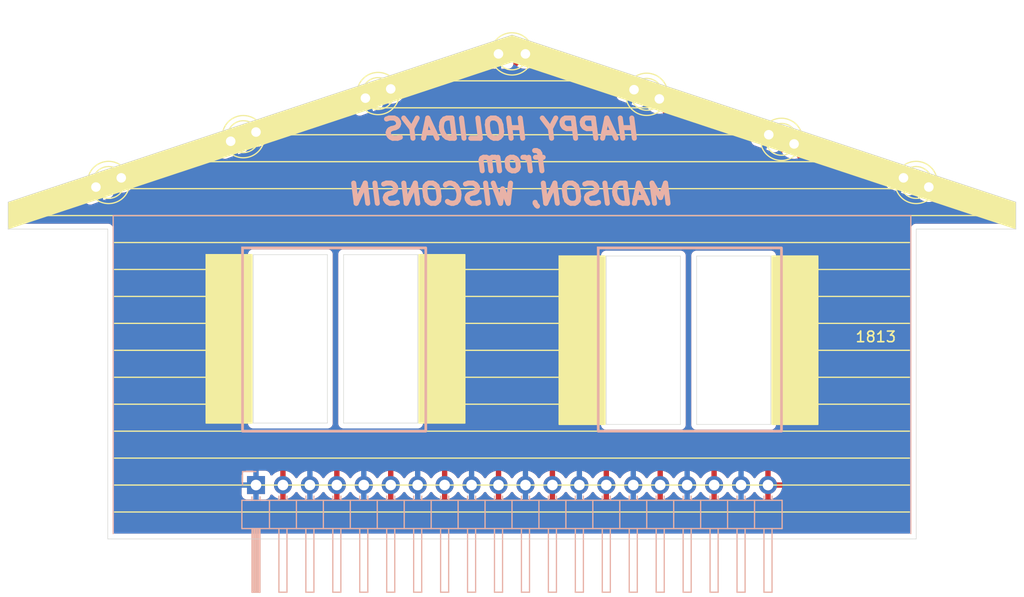
<source format=kicad_pcb>
(kicad_pcb (version 20211014) (generator pcbnew)

  (general
    (thickness 1.6)
  )

  (paper "USLetter")
  (title_block
    (title "2022 Ornament (House)")
    (date "2022-11-27")
    (rev "A")
    (company "Blaise Thompson")
  )

  (layers
    (0 "F.Cu" signal)
    (31 "B.Cu" signal)
    (32 "B.Adhes" user "B.Adhesive")
    (33 "F.Adhes" user "F.Adhesive")
    (34 "B.Paste" user)
    (35 "F.Paste" user)
    (36 "B.SilkS" user "B.Silkscreen")
    (37 "F.SilkS" user "F.Silkscreen")
    (38 "B.Mask" user)
    (39 "F.Mask" user)
    (40 "Dwgs.User" user "User.Drawings")
    (41 "Cmts.User" user "User.Comments")
    (42 "Eco1.User" user "User.Eco1")
    (43 "Eco2.User" user "User.Eco2")
    (44 "Edge.Cuts" user)
    (45 "Margin" user)
    (46 "B.CrtYd" user "B.Courtyard")
    (47 "F.CrtYd" user "F.Courtyard")
    (48 "B.Fab" user)
    (49 "F.Fab" user)
  )

  (setup
    (pad_to_mask_clearance 0)
    (pcbplotparams
      (layerselection 0x00010fc_ffffffff)
      (disableapertmacros false)
      (usegerberextensions false)
      (usegerberattributes true)
      (usegerberadvancedattributes true)
      (creategerberjobfile true)
      (svguseinch false)
      (svgprecision 6)
      (excludeedgelayer true)
      (plotframeref false)
      (viasonmask false)
      (mode 1)
      (useauxorigin false)
      (hpglpennumber 1)
      (hpglpenspeed 20)
      (hpglpendiameter 15.000000)
      (dxfpolygonmode true)
      (dxfimperialunits true)
      (dxfusepcbnewfont true)
      (psnegative false)
      (psa4output false)
      (plotreference false)
      (plotvalue false)
      (plotinvisibletext false)
      (sketchpadsonfab false)
      (subtractmaskfromsilk false)
      (outputformat 1)
      (mirror false)
      (drillshape 0)
      (scaleselection 1)
      (outputdirectory "gerber")
    )
  )

  (net 0 "")
  (net 1 "ANODE")
  (net 2 "GND")

  (footprint "LED_THT:LED_D3.0mm" (layer "F.Cu") (at 125.883181 60.050731 20))

  (footprint "LED_THT:LED_D3.0mm" (layer "F.Cu") (at 151.201892 59.253925 -20))

  (footprint "LED_THT:LED_D3.0mm" (layer "F.Cu") (at 163.901892 63.5 -20))

  (footprint "LED_THT:LED_D3.0mm" (layer "F.Cu") (at 100.483181 68.432731 20))

  (footprint "LED_THT:LED_D3.0mm" (layer "F.Cu") (at 113.183181 64.114731 20))

  (footprint "LED_THT:LED_D3.0mm" (layer "F.Cu") (at 138.425 55.88))

  (footprint "LED_THT:LED_D3.0mm" (layer "F.Cu") (at 176.601892 67.564 -20))

  (footprint "Connector_PinHeader_2.54mm:PinHeader_1x20_P2.54mm_Horizontal" (layer "B.Cu") (at 115.57 96.52 -90))

  (gr_rect (start 114.3 74.168) (end 131.572 91.44) (layer "B.SilkS") (width 0.254) (fill none) (tstamp 25a7360c-1b5d-49ed-8459-ac14dd9376eb))
  (gr_line (start 177.292 101.092) (end 177.292 71.12) (layer "B.SilkS") (width 0.12) (tstamp 29b9f25a-147b-421c-b7cf-7b539ba89418))
  (gr_rect (start 147.828 74.168) (end 165.1 91.44) (layer "B.SilkS") (width 0.254) (fill none) (tstamp 587422f7-ca85-4282-add9-f8924849d2d0))
  (gr_line (start 102.108 71.12) (end 102.108 101.092) (layer "B.SilkS") (width 0.12) (tstamp 61adfb44-93b0-4954-9b10-fb7147bf4ad1))
  (gr_line (start 177.292 71.12) (end 102.108 71.12) (layer "B.SilkS") (width 0.12) (tstamp 6690d30c-06b4-4409-8007-450933e9ca36))
  (gr_line (start 102.235 73.66) (end 177.165 73.66) (layer "F.SilkS") (width 0.12) (tstamp 025c41eb-af66-46ff-8869-a454e013b38e))
  (gr_rect locked (start 130.937 90.678) (end 135.255 74.803) (layer "F.SilkS") (width 0.12) (fill solid) (tstamp 0276e5ff-9bc8-4cd7-964d-a372598bc5db))
  (gr_rect locked (start 110.871 90.678) (end 115.189 74.803) (layer "F.SilkS") (width 0.12) (fill solid) (tstamp 16f00227-4f70-479b-aebb-4d18a87db1e1))
  (gr_line (start 102.235 86.36) (end 113.792 86.36) (layer "F.SilkS") (width 0.12) (tstamp 1b91372a-ac89-45fb-879d-ddbffbb9c8a9))
  (gr_line (start 102.235 78.74) (end 113.792 78.74) (layer "F.SilkS") (width 0.12) (tstamp 1c6032df-265c-4953-ac67-6376eb60df8d))
  (gr_line (start 102.235 76.2) (end 113.792 76.2) (layer "F.SilkS") (width 0.12) (tstamp 207c3bd6-7178-468c-a572-a59b53434df6))
  (gr_rect locked (start 164.211 90.805) (end 168.529 74.93) (layer "F.SilkS") (width 0.12) (fill solid) (tstamp 263cd676-4047-4ded-905a-c8bd8bf0865b))
  (gr_line (start 165.1 86.36) (end 177.165 86.36) (layer "F.SilkS") (width 0.12) (tstamp 2a8f3d44-f271-44c4-9f93-20bb772d2796))
  (gr_line (start 165.1 83.82) (end 177.165 83.82) (layer "F.SilkS") (width 0.12) (tstamp 34ebd0eb-f722-432d-ba54-16f7f3fd0c3c))
  (gr_line (start 147.828 86.36) (end 132.08 86.36) (layer "F.SilkS") (width 0.12) (tstamp 3a4fe1bd-651f-4212-83dc-f3cdfcb27a14))
  (gr_line (start 177.165 93.98) (end 102.235 93.98) (layer "F.SilkS") (width 0.12) (tstamp 3d33ba9c-69d1-4869-a91e-484a199bcc57))
  (gr_line (start 165.1 88.9) (end 177.165 88.9) (layer "F.SilkS") (width 0.12) (tstamp 3e1ae45a-2f6d-4cbf-8c50-5ec8d515cc22))
  (gr_line (start 148.082 76.2) (end 132.334 76.2) (layer "F.SilkS") (width 0.12) (tstamp 49fe6781-e2d7-4e63-905d-61e7a1d536d7))
  (gr_line (start 176.53 68.58) (end 102.87 68.58) (layer "F.SilkS") (width 0.12) (tstamp 536d0624-0b26-4d3b-bdfb-227961f06fa3))
  (gr_line (start 102.235 88.9) (end 113.792 88.9) (layer "F.SilkS") (width 0.12) (tstamp 5fdf0ee0-b98b-4186-8204-13f6b8dae6cb))
  (gr_line (start 102.235 99.06) (end 177.165 99.06) (layer "F.SilkS") (width 0.12) (tstamp 68ccf228-2c0e-4389-a5ac-e98113262de6))
  (gr_line (start 102.235 96.52) (end 177.165 96.52) (layer "F.SilkS") (width 0.12) (tstamp 6c839300-c41f-41f3-91df-5d122e0ad832))
  (gr_line (start 147.32 78.74) (end 131.572 78.74) (layer "F.SilkS") (width 0.12) (tstamp 6d497059-5555-4e80-bd90-b00b867af30e))
  (gr_line (start 177.165 91.44) (end 102.235 91.44) (layer "F.SilkS") (width 0.12) (tstamp 8b0cb64f-c253-460e-b83b-4fef655ef794))
  (gr_line (start 165.1 76.2) (end 177.165 76.2) (layer "F.SilkS") (width 0.12) (tstamp 8d465819-43c6-4581-8d9e-ac2c79f59aaf))
  (gr_line (start 146.05 58.42) (end 133.35 58.42) (layer "F.SilkS") (width 0.12) (tstamp 90319e7f-8476-412e-a830-6c5759bbd9c7))
  (gr_line (start 165.1 78.74) (end 177.165 78.74) (layer "F.SilkS") (width 0.12) (tstamp 928067d9-7b52-432f-a412-ea920dafdae0))
  (gr_line (start 139.7 56.642) (end 187.198 72.39) (layer "F.SilkS") (width 0.05) (tstamp 933f2be6-2e03-4bb1-8569-141e63264d39))
  (gr_line (start 110.49 66.04) (end 168.91 66.04) (layer "F.SilkS") (width 0.12) (tstamp 94711196-fe84-4786-abfb-c290dbd79b6b))
  (gr_line (start 148.082 88.9) (end 132.334 88.9) (layer "F.SilkS") (width 0.12) (tstamp 96dd8052-deb3-4440-82cf-05887e036ee7))
  (gr_line (start 102.235 81.28) (end 113.792 81.28) (layer "F.SilkS") (width 0.12) (tstamp aa147721-5c33-4e67-8e14-f698ac7373ef))
  (gr_line (start 147.574 81.28) (end 131.826 81.28) (layer "F.SilkS") (width 0.12) (tstamp ad687696-a8af-485a-ae8c-e6d9622df60a))
  (gr_line (start 147.574 83.82) (end 131.826 83.82) (layer "F.SilkS") (width 0.12) (tstamp c2ffc43d-02b5-43bc-ad04-6a78a375a2f7))
  (gr_line (start 184.15 71.12) (end 95.25 71.12) (layer "F.SilkS") (width 0.12) (tstamp c631aa52-eb0c-4765-8025-1945f4404b95))
  (gr_line (start 92.202 72.39) (end 139.7 56.642) (layer "F.SilkS") (width 0.05) (tstamp d72eec77-4e4d-48a4-be59-63b1a0016273))
  (gr_line (start 102.235 83.82) (end 113.792 83.82) (layer "F.SilkS") (width 0.12) (tstamp e3a58e30-2e7c-42d2-93be-7dfed3e0c8e9))
  (gr_line (start 125.73 60.96) (end 153.67 60.96) (layer "F.SilkS") (width 0.12) (tstamp f13fbae7-45a3-4882-af37-a8e1bb0132f4))
  (gr_rect locked (start 144.145 90.805) (end 148.463 74.93) (layer "F.SilkS") (width 0.12) (fill solid) (tstamp f47a5c31-4d08-402d-bab3-ad518864c2d8))
  (gr_line (start 165.1 81.28) (end 177.165 81.28) (layer "F.SilkS") (width 0.12) (tstamp f9efb26a-2180-4785-99f3-ee73399331a3))
  (gr_line (start 161.29 63.5) (end 118.11 63.5) (layer "F.SilkS") (width 0.12) (tstamp fe275b1d-8de3-4e63-ae40-e090383c8928))
  (gr_line (start 157.099 90.805) (end 157.099 74.93) (layer "Edge.Cuts") (width 0.05) (tstamp 06557679-8f3d-404b-af58-6e0d95a819c4))
  (gr_line (start 177.8 101.6) (end 101.6 101.6) (layer "Edge.Cuts") (width 0.05) (tstamp 094e3a5c-ef13-4456-8277-8934c603d46c))
  (gr_line (start 177.8 72.39) (end 187.198 72.39) (layer "Edge.Cuts") (width 0.05) (tstamp 14b98706-eaf0-40f4-83e9-2fc765fbd6a0))
  (gr_line (start 148.59 74.93) (end 155.575 74.93) (layer "Edge.Cuts") (width 0.05) (tstamp 248a654d-63ef-4681-86f2-c266f800ac85))
  (gr_line (start 101.6 72.39) (end 92.202 72.39) (layer "Edge.Cuts") (width 0.05) (tstamp 265fd9a6-c5a0-4599-a852-2dd3b73633b2))
  (gr_line (start 177.8 101.6) (end 177.8 72.39) (layer "Edge.Cuts") (width 0.05) (tstamp 2bb4d7f0-5612-4213-a3fc-3ec6cd857490))
  (gr_line (start 115.316 90.678) (end 115.316 74.803) (layer "Edge.Cuts") (width 0.05) (tstamp 2f067753-4072-49df-a061-16abacf587a9))
  (gr_line (start 187.198 72.39) (end 187.198 69.85) (layer "Edge.Cuts") (width 0.05) (tstamp 2f1725c7-d98c-44dd-931d-df74e5a504df))
  (gr_line (start 157.099 74.93) (end 164.084 74.93) (layer "Edge.Cuts") (width 0.05) (tstamp 37cb159e-29e4-4906-8613-1bb457d77d30))
  (gr_line (start 164.084 74.93) (end 164.084 90.805) (layer "Edge.Cuts") (width 0.05) (tstamp 4423182a-c158-4641-bc99-696f9133ac97))
  (gr_line (start 115.316 74.803) (end 122.301 74.803) (layer "Edge.Cuts") (width 0.05) (tstamp 699d773d-fb9f-4ed2-b5c0-4c3e50342d7f))
  (gr_line (start 139.7 54.102) (end 187.198 69.85) (layer "Edge.Cuts") (width 0.05) (tstamp 717c1962-fb70-4440-910b-7731451a3674))
  (gr_line (start 92.202 72.39) (end 92.202 69.85) (layer "Edge.Cuts") (width 0.05) (tstamp 80fd0251-edbd-4556-b9f1-30f542206dea))
  (gr_line (start 157.099 90.805) (end 164.084 90.805) (layer "Edge.Cuts") (width 0.05) (tstamp 86724489-7b40-40a4-86fd-49bc2aea9c87))
  (gr_line (start 122.301 90.678) (end 122.301 74.803) (layer "Edge.Cuts") (width 0.05) (tstamp 89a01ab1-4466-4f34-b442-76d668a962f1))
  (gr_line (start 130.81 74.803) (end 130.81 90.678) (layer "Edge.Cuts") (width 0.05) (tstamp 8ce0bd5e-f1c4-4d24-8d02-51ecbbdec21d))
  (gr_line (start 123.825 74.803) (end 130.81 74.803) (layer "Edge.Cuts") (width 0.05) (tstamp 98733ef8-fcc6-4be8-bec1-a5f31c99afc1))
  (gr_line (start 123.825 90.678) (end 130.81 90.678) (layer "Edge.Cuts") (width 0.05) (tstamp bb79ea52-fe15-4011-b598-ede9d4c566a8))
  (gr_line (start 155.575 90.805) (end 155.575 74.93) (layer "Edge.Cuts") (width 0.05) (tstamp ce8b19f8-46d4-4f6e-964c-4e5502f1c151))
  (gr_line (start 123.825 90.678) (end 123.825 74.803) (layer "Edge.Cuts") (width 0.05) (tstamp cfac25fa-39d1-4b71-ac13-072aa02538e0))
  (gr_line (start 101.6 101.6) (end 101.6 72.39) (layer "Edge.Cuts") (width 0.05) (tstamp d0054db6-2630-4372-bb46-c87b7717fff3))
  (gr_line (start 139.7 54.102) (end 92.202 69.85) (layer "Edge.Cuts") (width 0.05) (tstamp d30441ba-7b5f-4cd7-8dd8-df8b542d3425))
  (gr_line (start 148.59 90.805) (end 155.575 90.805) (layer "Edge.Cuts") (width 0.05) (tstamp d5a113bb-a031-41c8-9eaa-7656dbe3c35a))
  (gr_line (start 148.59 90.805) (end 148.59 74.93) (layer "Edge.Cuts") (width 0.05) (tstamp ebfaf7e1-9519-44ca-86fd-000281b534e7))
  (gr_line (start 122.301 90.678) (end 115.316 90.678) (layer "Edge.Cuts") (width 0.05) (tstamp f2a36b63-5029-408d-9394-363e124139cc))
  (gr_text "HAPPY HOLIDAYS\nfrom\nMADISON, WISCONSIN" (at 139.7 66.04) (layer "B.SilkS") (tstamp 745f4918-4548-4d18-87bf-9ae8177f8197)
    (effects (font (size 1.905 1.905) (thickness 0.47625) italic) (justify mirror))
  )
  (gr_text "1813" (at 173.99 82.55) (layer "F.SilkS") (tstamp 50cffc58-a519-4723-9f3a-e58f9b59fc90)
    (effects (font (size 1 1) (thickness 0.15)))
  )

  (zone (net 1) (net_name "ANODE") (layer "F.Cu") (tstamp f67e9c12-548a-490f-bc8c-70365de245ec) (hatch edge 0.508)
    (connect_pads (clearance 0.508))
    (min_thickness 0.254) (filled_areas_thickness no)
    (fill yes (thermal_gap 0.508) (thermal_bridge_width 0.508))
    (polygon
      (pts
        (xy 187.96 101.6)
        (xy 91.44 101.6)
        (xy 91.44 50.8)
        (xy 187.96 50.8)
      )
    )
    (filled_polygon
      (layer "F.Cu")
      (pts
        (xy 142.528709 55.575581)
        (xy 150.002005 58.053358)
        (xy 150.06037 58.093782)
        (xy 150.087614 58.159343)
        (xy 150.080753 58.216049)
        (xy 149.554054 59.663144)
        (xy 149.539134 59.723886)
        (xy 149.540533 59.869538)
        (xy 149.582754 60.008941)
        (xy 149.587659 60.016452)
        (xy 149.587661 60.016455)
        (xy 149.635911 60.090329)
        (xy 149.662404 60.130892)
        (xy 149.77308 60.225586)
        (xy 149.829202 60.253201)
        (xy 151.611111 60.901763)
        (xy 151.614404 60.902572)
        (xy 151.614411 60.902574)
        (xy 151.664181 60.914799)
        (xy 151.664185 60.914799)
        (xy 151.671853 60.916683)
        (xy 151.817505 60.915284)
        (xy 151.956908 60.873063)
        (xy 151.964419 60.868158)
        (xy 151.964422 60.868156)
        (xy 152.04847 60.813261)
        (xy 152.078859 60.793413)
        (xy 152.173553 60.682737)
        (xy 152.201168 60.626615)
        (xy 152.243462 60.510414)
        (xy 152.285553 60.453248)
        (xy 152.30861 60.439318)
        (xy 153.597373 59.838359)
        (xy 153.667565 59.827698)
        (xy 153.732377 59.856678)
        (xy 153.764818 59.899304)
        (xy 153.901152 60.191672)
        (xy 154.396574 61.25411)
        (xy 154.405309 61.264031)
        (xy 154.420039 61.259251)
        (xy 154.496426 61.204765)
        (xy 154.504286 61.198123)
        (xy 154.660971 61.041985)
        (xy 154.667648 61.03414)
        (xy 154.796721 60.854515)
        (xy 154.802032 60.845676)
        (xy 154.900029 60.647393)
        (xy 154.903828 60.637798)
        (xy 154.968126 60.426173)
        (xy 154.970305 60.416092)
        (xy 154.999413 60.194994)
        (xy 154.999932 60.188319)
        (xy 155.001455 60.12602)
        (xy 155.001261 60.119302)
        (xy 154.982566 59.891905)
        (xy 154.984333 59.89176)
        (xy 154.991998 59.829005)
        (xy 155.037339 59.774373)
        (xy 155.105019 59.752927)
        (xy 155.147348 59.759301)
        (xy 160.471457 61.524513)
        (xy 162.713496 62.267863)
        (xy 162.771861 62.308287)
        (xy 162.799105 62.373848)
        (xy 162.792244 62.430554)
        (xy 162.254054 63.909219)
        (xy 162.253245 63.912512)
        (xy 162.253243 63.912519)
        (xy 162.241188 63.961599)
        (xy 162.239134 63.969961)
        (xy 162.240533 64.115613)
        (xy 162.282754 64.255016)
        (xy 162.287659 64.262527)
        (xy 162.287661 64.26253)
        (xy 162.319587 64.311411)
        (xy 162.362404 64.376967)
        (xy 162.47308 64.471661)
        (xy 162.529202 64.499276)
        (xy 164.311111 65.147838)
        (xy 164.314404 65.148647)
        (xy 164.314411 65.148649)
        (xy 164.364181 65.160874)
        (xy 164.364185 65.160874)
        (xy 164.371853 65.162758)
        (xy 164.517505 65.161359)
        (xy 164.656908 65.119138)
        (xy 164.664419 65.114233)
        (xy 164.664422 65.114231)
        (xy 164.771344 65.044396)
        (xy 164.778859 65.039488)
        (xy 164.873553 64.928812)
        (xy 164.901168 64.87269)
        (xy 164.905367 64.861155)
        (xy 164.94346 64.756494)
        (xy 164.985554 64.699322)
        (xy 165.008611 64.685393)
        (xy 166.297373 64.084434)
        (xy 166.367565 64.073773)
        (xy 166.432377 64.102753)
        (xy 166.464818 64.145379)
        (xy 166.611324 64.459561)
        (xy 167.096574 65.500185)
        (xy 167.105309 65.510106)
        (xy 167.120039 65.505326)
        (xy 167.196426 65.45084)
        (xy 167.204286 65.444198)
        (xy 167.360971 65.28806)
        (xy 167.367648 65.280215)
        (xy 167.496721 65.10059)
        (xy 167.502032 65.091751)
        (xy 167.600029 64.893468)
        (xy 167.603828 64.883873)
        (xy 167.668126 64.672248)
        (xy 167.670305 64.662167)
        (xy 167.699413 64.441069)
        (xy 167.699932 64.434394)
        (xy 167.701455 64.372095)
        (xy 167.701261 64.365377)
        (xy 167.68299 64.143131)
        (xy 167.681307 64.132966)
        (xy 167.677453 64.117622)
        (xy 167.680258 64.04668)
        (xy 167.720972 63.988518)
        (xy 167.786667 63.961599)
        (xy 167.839307 63.96733)
        (xy 173.298982 65.777489)
        (xy 175.365853 66.462762)
        (xy 175.424218 66.503186)
        (xy 175.451462 66.568747)
        (xy 175.444601 66.625452)
        (xy 174.954054 67.973219)
        (xy 174.939134 68.033961)
        (xy 174.940533 68.179613)
        (xy 174.982754 68.319016)
        (xy 174.987659 68.326527)
        (xy 174.987661 68.32653)
        (xy 175.023785 68.381838)
        (xy 175.062404 68.440967)
        (xy 175.17308 68.535661)
        (xy 175.229202 68.563276)
        (xy 177.011111 69.211838)
        (xy 177.014404 69.212647)
        (xy 177.014411 69.212649)
        (xy 177.064181 69.224874)
        (xy 177.064185 69.224874)
        (xy 177.071853 69.226758)
        (xy 177.217505 69.225359)
        (xy 177.356908 69.183138)
        (xy 177.364419 69.178233)
        (xy 177.364422 69.178231)
        (xy 177.471344 69.108396)
        (xy 177.478859 69.103488)
        (xy 177.573553 68.992812)
        (xy 177.601168 68.93669)
        (xy 177.643462 68.820489)
        (xy 177.685553 68.763323)
        (xy 177.70861 68.749393)
        (xy 178.997373 68.148434)
        (xy 179.067565 68.137773)
        (xy 179.132377 68.166753)
        (xy 179.164818 68.209379)
        (xy 179.301152 68.501747)
        (xy 179.796574 69.564185)
        (xy 179.805309 69.574106)
        (xy 179.820039 69.569326)
        (xy 179.896426 69.51484)
        (xy 179.904286 69.508198)
        (xy 180.060971 69.35206)
        (xy 180.067648 69.344215)
        (xy 180.196721 69.16459)
        (xy 180.202032 69.155751)
        (xy 180.300029 68.957468)
        (xy 180.303828 68.947873)
        (xy 180.368126 68.736248)
        (xy 180.370305 68.726167)
        (xy 180.399413 68.505069)
        (xy 180.399932 68.498394)
        (xy 180.401455 68.436095)
        (xy 180.401261 68.429377)
        (xy 180.39176 68.313809)
        (xy 180.406113 68.244278)
        (xy 180.455779 68.193546)
        (xy 180.524988 68.177718)
        (xy 180.556983 68.183886)
        (xy 183.970186 69.315536)
        (xy 186.603153 70.188499)
        (xy 186.661518 70.228923)
        (xy 186.688762 70.294484)
        (xy 186.6895 70.308097)
        (xy 186.6895 71.7555)
        (xy 186.669498 71.823621)
        (xy 186.615842 71.870114)
        (xy 186.5635 71.8815)
        (xy 177.808623 71.8815)
        (xy 177.807853 71.881498)
        (xy 177.807037 71.881493)
        (xy 177.730279 71.881024)
        (xy 177.707918 71.887415)
        (xy 177.701847 71.88915)
        (xy 177.685085 71.892728)
        (xy 177.655813 71.89692)
        (xy 177.647645 71.900634)
        (xy 177.647644 71.900634)
        (xy 177.632438 71.907548)
        (xy 177.614914 71.913996)
        (xy 177.590229 71.921051)
        (xy 177.582635 71.925843)
        (xy 177.582632 71.925844)
        (xy 177.56522 71.93683)
        (xy 177.550137 71.944969)
        (xy 177.523218 71.957208)
        (xy 177.516416 71.963069)
        (xy 177.503765 71.97397)
        (xy 177.488761 71.985073)
        (xy 177.467042 71.998776)
        (xy 177.461103 72.005501)
        (xy 177.461099 72.005504)
        (xy 177.447468 72.020938)
        (xy 177.435276 72.032982)
        (xy 177.419673 72.046427)
        (xy 177.419671 72.04643)
        (xy 177.412873 72.052287)
        (xy 177.407993 72.059816)
        (xy 177.407992 72.059817)
        (xy 177.398906 72.073835)
        (xy 177.387615 72.088709)
        (xy 177.376569 72.101217)
        (xy 177.370622 72.107951)
        (xy 177.364312 72.121391)
        (xy 177.358058 72.134711)
        (xy 177.349737 72.149691)
        (xy 177.338529 72.166983)
        (xy 177.338527 72.166988)
        (xy 177.333648 72.174515)
        (xy 177.331078 72.183108)
        (xy 177.331076 72.183113)
        (xy 177.326289 72.19912)
        (xy 177.319628 72.216564)
        (xy 177.312533 72.231676)
        (xy 177.308719 72.2398)
        (xy 177.307338 72.248667)
        (xy 177.307338 72.248668)
        (xy 177.30417 72.269015)
        (xy 177.300387 72.285732)
        (xy 177.294485 72.305466)
        (xy 177.294484 72.305472)
        (xy 177.291914 72.314066)
        (xy 177.291859 72.323037)
        (xy 177.291859 72.323038)
        (xy 177.291704 72.348497)
        (xy 177.291671 72.349289)
        (xy 177.2915 72.350386)
        (xy 177.2915 72.381377)
        (xy 177.291498 72.382147)
        (xy 177.291024 72.459721)
        (xy 177.291408 72.461065)
        (xy 177.2915 72.46241)
        (xy 177.2915 100.9655)
        (xy 177.271498 101.033621)
        (xy 177.217842 101.080114)
        (xy 177.1655 101.0915)
        (xy 102.2345 101.0915)
        (xy 102.166379 101.071498)
        (xy 102.119886 101.017842)
        (xy 102.1085 100.9655)
        (xy 102.1085 97.418134)
        (xy 114.2115 97.418134)
        (xy 114.218255 97.480316)
        (xy 114.269385 97.616705)
        (xy 114.356739 97.733261)
        (xy 114.473295 97.820615)
        (xy 114.609684 97.871745)
        (xy 114.671866 97.8785)
        (xy 116.468134 97.8785)
        (xy 116.530316 97.871745)
        (xy 116.666705 97.820615)
        (xy 116.783261 97.733261)
        (xy 116.870615 97.616705)
        (xy 116.914798 97.498848)
        (xy 116.95744 97.442084)
        (xy 117.024001 97.417384)
        (xy 117.09335 97.432592)
        (xy 117.128017 97.46058)
        (xy 117.153218 97.489673)
        (xy 117.16058 97.496883)
        (xy 117.324434 97.632916)
        (xy 117.332881 97.638831)
        (xy 117.516756 97.746279)
        (xy 117.526042 97.750729)
        (xy 117.725001 97.826703)
        (xy 117.734899 97.829579)
        (xy 117.83825 97.850606)
        (xy 117.852299 97.84941)
        (xy 117.856 97.839065)
        (xy 117.856 97.838517)
        (xy 118.364 97.838517)
        (xy 118.368064 97.852359)
        (xy 118.381478 97.854393)
        (xy 118.388184 97.853534)
        (xy 118.398262 97.851392)
        (xy 118.602255 97.790191)
        (xy 118.611842 97.786433)
        (xy 118.803095 97.692739)
        (xy 118.811945 97.687464)
        (xy 118.985328 97.563792)
        (xy 118.9932 97.557139)
        (xy 119.144052 97.406812)
        (xy 119.15073 97.398965)
        (xy 119.278022 97.221819)
        (xy 119.279279 97.222722)
        (xy 119.326373 97.179362)
        (xy 119.396311 97.167145)
        (xy 119.461751 97.194678)
        (xy 119.489579 97.226511)
        (xy 119.549987 97.325088)
        (xy 119.69625 97.493938)
        (xy 119.868126 97.636632)
        (xy 120.061 97.749338)
        (xy 120.269692 97.82903)
        (xy 120.27476 97.830061)
        (xy 120.274763 97.830062)
        (xy 120.369862 97.84941)
        (xy 120.488597 97.873567)
        (xy 120.493772 97.873757)
        (xy 120.493774 97.873757)
        (xy 120.706673 97.881564)
        (xy 120.706677 97.881564)
        (xy 120.711837 97.881753)
        (xy 120.716957 97.881097)
        (xy 120.716959 97.881097)
        (xy 120.928288 97.854025)
        (xy 120.928289 97.854025)
        (xy 120.933416 97.853368)
        (xy 120.938366 97.851883)
        (xy 121.142429 97.790661)
        (xy 121.142434 97.790659)
        (xy 121.147384 97.789174)
        (xy 121.347994 97.690896)
        (xy 121.52986 97.561173)
        (xy 121.688096 97.403489)
        (xy 121.818453 97.222077)
        (xy 121.81964 97.22293)
        (xy 121.86696 97.179362)
        (xy 121.936897 97.167145)
        (xy 122.002338 97.194678)
        (xy 122.030166 97.226511)
        (xy 122.087694 97.320388)
        (xy 122.093777 97.328699)
        (xy 122.233213 97.489667)
        (xy 122.24058 97.496883)
        (xy 122.404434 97.632916)
        (xy 122.412881 97.638831)
        (xy 122.596756 97.746279)
        (xy 122.606042 97.750729)
        (xy 122.805001 97.826703)
        (xy 122.814899 97.829579)
        (xy 122.91825 97.850606)
        (xy 122.932299 97.84941)
        (xy 122.936 97.839065)
        (xy 122.936 97.838517)
        (xy 123.444 97.838517)
        (xy 123.448064 97.852359)
        (xy 123.461478 97.854393)
        (xy 123.468184 97.853534)
        (xy 123.478262 97.851392)
        (xy 123.682255 97.790191)
        (xy 123.691842 97.786433)
        (xy 123.883095 97.692739)
        (xy 123.891945 97.687464)
        (xy 124.065328 97.563792)
        (xy 124.0732 97.557139)
        (xy 124.224052 97.406812)
        (xy 124.23073 97.398965)
        (xy 124.358022 97.221819)
        (xy 124.359279 97.222722)
        (xy 124.406373 97.179362)
        (xy 124.476311 97.167145)
        (xy 124.541751 97.194678)
        (xy 124.569579 97.226511)
        (xy 124.629987 97.325088)
        (xy 124.77625 97.493938)
        (xy 124.948126 97.636632)
        (xy 125.141 97.749338)
        (xy 125.349692 97.82903)
        (xy 125.35476 97.830061)
        (xy 125.354763 97.830062)
        (xy 125.449862 97.84941)
        (xy 125.568597 97.873567)
        (xy 125.573772 97.873757)
        (xy 125.573774 97.873757)
        (xy 125.786673 97.881564)
        (xy 125.786677 97.881564)
        (xy 125.791837 97.881753)
        (xy 125.796957 97.881097)
        (xy 125.796959 97.881097)
        (xy 126.008288 97.854025)
        (xy 126.008289 97.854025)
        (xy 126.013416 97.853368)
        (xy 126.018366 97.851883)
        (xy 126.222429 97.790661)
        (xy 126.222434 97.790659)
        (xy 126.227384 97.789174)
        (xy 126.427994 97.690896)
        (xy 126.60986 97.561173)
        (xy 126.768096 97.403489)
        (xy 126.898453 97.222077)
        (xy 126.89964 97.22293)
        (xy 126.94696 97.179362)
        (xy 127.016897 97.167145)
        (xy 127.082338 97.194678)
        (xy 127.110166 97.226511)
        (xy 127.167694 97.320388)
        (xy 127.173777 97.328699)
        (xy 127.313213 97.489667)
        (xy 127.32058 97.496883)
        (xy 127.484434 97.632916)
        (xy 127.492881 97.638831)
        (xy 127.676756 97.746279)
        (xy 127.686042 97.750729)
        (xy 127.885001 97.826703)
        (xy 127.894899 97.829579)
        (xy 127.99825 97.850606)
        (xy 128.012299 97.84941)
        (xy 128.016 97.839065)
        (xy 128.016 97.838517)
        (xy 128.524 97.838517)
        (xy 128.528064 97.852359)
        (xy 128.541478 97.854393)
        (xy 128.548184 97.853534)
        (xy 128.558262 97.851392)
        (xy 128.762255 97.790191)
        (xy 128.771842 97.786433)
        (xy 128.963095 97.692739)
        (xy 128.971945 97.687464)
        (xy 129.145328 97.563792)
        (xy 129.1532 97.557139)
        (xy 129.304052 97.406812)
        (xy 129.31073 97.398965)
        (xy 129.438022 97.221819)
        (xy 129.439279 97.222722)
        (xy 129.486373 97.179362)
        (xy 129.556311 97.167145)
        (xy 129.621751 97.194678)
        (xy 129.649579 97.226511)
        (xy 129.709987 97.325088)
        (xy 129.85625 97.493938)
        (xy 130.028126 97.636632)
        (xy 130.221 97.749338)
        (xy 130.429692 97.82903)
        (xy 130.43476 97.830061)
        (xy 130.434763 97.830062)
        (xy 130.529862 97.84941)
        (xy 130.648597 97.873567)
        (xy 130.653772 97.873757)
        (xy 130.653774 97.873757)
        (xy 130.866673 97.881564)
        (xy 130.866677 97.881564)
        (xy 130.871837 97.881753)
        (xy 130.876957 97.881097)
        (xy 130.876959 97.881097)
        (xy 131.088288 97.854025)
        (xy 131.088289 97.854025)
        (xy 131.093416 97.853368)
        (xy 131.098366 97.851883)
        (xy 131.302429 97.790661)
        (xy 131.302434 97.790659)
        (xy 131.307384 97.789174)
        (xy 131.507994 97.690896)
        (xy 131.68986 97.561173)
        (xy 131.848096 97.403489)
        (xy 131.978453 97.222077)
        (xy 131.97964 97.22293)
        (xy 132.02696 97.179362)
        (xy 132.096897 97.167145)
        (xy 132.162338 97.194678)
        (xy 132.190166 97.226511)
        (xy 132.247694 97.320388)
        (xy 132.253777 97.328699)
        (xy 132.393213 97.489667)
        (xy 132.40058 97.496883)
        (xy 132.564434 97.632916)
        (xy 132.572881 97.638831)
        (xy 132.756756 97.746279)
        (xy 132.766042 97.750729)
        (xy 132.965001 97.826703)
        (xy 132.974899 97.829579)
        (xy 133.07825 97.850606)
        (xy 133.092299 97.84941)
        (xy 133.096 97.839065)
        (xy 133.096 97.838517)
        (xy 133.604 97.838517)
        (xy 133.608064 97.852359)
        (xy 133.621478 97.854393)
        (xy 133.628184 97.853534)
        (xy 133.638262 97.851392)
        (xy 133.842255 97.790191)
        (xy 133.851842 97.786433)
        (xy 134.043095 97.692739)
        (xy 134.051945 97.687464)
        (xy 134.225328 97.563792)
        (xy 134.2332 97.557139)
        (xy 134.384052 97.406812)
        (xy 134.39073 97.398965)
        (xy 134.518022 97.221819)
        (xy 134.519279 97.222722)
        (xy 134.566373 97.179362)
        (xy 134.636311 97.167145)
        (xy 134.701751 97.194678)
        (xy 134.729579 97.226511)
        (xy 134.789987 97.325088)
        (xy 134.93625 97.493938)
        (xy 135.108126 97.636632)
        (xy 135.301 97.749338)
        (xy 135.509692 97.82903)
        (xy 135.51476 97.830061)
        (xy 135.514763 97.830062)
        (xy 135.609862 97.84941)
        (xy 135.728597 97.873567)
        (xy 135.733772 97.873757)
        (xy 135.733774 97.873757)
        (xy 135.946673 97.881564)
        (xy 135.946677 97.881564)
        (xy 135.951837 97.881753)
        (xy 135.956957 97.881097)
        (xy 135.956959 97.881097)
        (xy 136.168288 97.854025)
        (xy 136.168289 97.854025)
        (xy 136.173416 97.853368)
        (xy 136.178366 97.851883)
        (xy 136.382429 97.790661)
        (xy 136.382434 97.790659)
        (xy 136.387384 97.789174)
        (xy 136.587994 97.690896)
        (xy 136.76986 97.561173)
        (xy 136.928096 97.403489)
        (xy 137.058453 97.222077)
        (xy 137.05964 97.22293)
        (xy 137.10696 97.179362)
        (xy 137.176897 97.167145)
        (xy 137.242338 97.194678)
        (xy 137.270166 97.226511)
        (xy 137.327694 97.320388)
        (xy 137.333777 97.328699)
        (xy 137.473213 97.489667)
        (xy 137.48058 97.496883)
        (xy 137.644434 97.632916)
        (xy 137.652881 97.638831)
        (xy 137.836756 97.746279)
        (xy 137.846042 97.750729)
        (xy 138.045001 97.826703)
        (xy 138.054899 97.829579)
        (xy 138.15825 97.850606)
        (xy 138.172299 97.84941)
        (xy 138.176 97.839065)
        (xy 138.176 97.838517)
        (xy 138.684 97.838517)
        (xy 138.688064 97.852359)
        (xy 138.701478 97.854393)
        (xy 138.708184 97.853534)
        (xy 138.718262 97.851392)
        (xy 138.922255 97.790191)
        (xy 138.931842 97.786433)
        (xy 139.123095 97.692739)
        (xy 139.131945 97.687464)
        (xy 139.305328 97.563792)
        (xy 139.3132 97.557139)
        (xy 139.464052 97.406812)
        (xy 139.47073 97.398965)
        (xy 139.598022 97.221819)
        (xy 139.599279 97.222722)
        (xy 139.646373 97.179362)
        (xy 139.716311 97.167145)
        (xy 139.781751 97.194678)
        (xy 139.809579 97.226511)
        (xy 139.869987 97.325088)
        (xy 140.01625 97.493938)
        (xy 140.188126 97.636632)
        (xy 140.381 97.749338)
        (xy 140.589692 97.82903)
        (xy 140.59476 97.830061)
        (xy 140.594763 97.830062)
        (xy 140.689862 97.84941)
        (xy 140.808597 97.873567)
        (xy 140.813772 97.873757)
        (xy 140.813774 97.873757)
        (xy 141.026673 97.881564)
        (xy 141.026677 97.881564)
        (xy 141.031837 97.881753)
        (xy 141.036957 97.881097)
        (xy 141.036959 97.881097)
        (xy 141.248288 97.854025)
        (xy 141.248289 97.854025)
        (xy 141.253416 97.853368)
        (xy 141.258366 97.851883)
        (xy 141.462429 97.790661)
        (xy 141.462434 97.790659)
        (xy 141.467384 97.789174)
        (xy 141.667994 97.690896)
        (xy 141.84986 97.561173)
        (xy 142.008096 97.403489)
        (xy 142.138453 97.222077)
        (xy 142.13964 97.22293)
        (xy 142.18696 97.179362)
        (xy 142.256897 97.167145)
        (xy 142.322338 97.194678)
        (xy 142.350166 97.226511)
        (xy 142.407694 97.320388)
        (xy 142.413777 97.328699)
        (xy 142.553213 97.489667)
        (xy 142.56058 97.496883)
        (xy 142.724434 97.632916)
        (xy 142.732881 97.638831)
        (xy 142.916756 97.746279)
        (xy 142.926042 97.750729)
        (xy 143.125001 97.826703)
        (xy 143.134899 97.829579)
        (xy 143.23825 97.850606)
        (xy 143.252299 97.84941)
        (xy 143.256 97.839065)
        (xy 143.256 97.838517)
        (xy 143.764 97.838517)
        (xy 143.768064 97.852359)
        (xy 143.781478 97.854393)
        (xy 143.788184 97.853534)
        (xy 143.798262 97.851392)
        (xy 144.002255 97.790191)
        (xy 144.011842 97.786433)
        (xy 144.203095 97.692739)
        (xy 144.211945 97.687464)
        (xy 144.385328 97.563792)
        (xy 144.3932 97.557139)
        (xy 144.544052 97.406812)
        (xy 144.55073 97.398965)
        (xy 144.678022 97.221819)
        (xy 144.679279 97.222722)
        (xy 144.726373 97.179362)
        (xy 144.796311 97.167145)
        (xy 144.861751 97.194678)
        (xy 144.889579 97.226511)
        (xy 144.949987 97.325088)
        (xy 145.09625 97.493938)
        (xy 145.268126 97.636632)
        (xy 145.461 97.749338)
        (xy 145.669692 97.82903)
        (xy 145.67476 97.830061)
        (xy 145.674763 97.830062)
        (xy 145.769862 97.84941)
        (xy 145.888597 97.873567)
        (xy 145.893772 97.873757)
        (xy 145.893774 97.873757)
        (xy 146.106673 97.881564)
        (xy 146.106677 97.881564)
        (xy 146.111837 97.881753)
        (xy 146.116957 97.881097)
        (xy 146.116959 97.881097)
        (xy 146.328288 97.854025)
        (xy 146.328289 97.854025)
        (xy 146.333416 97.853368)
        (xy 146.338366 97.851883)
        (xy 146.542429 97.790661)
        (xy 146.542434 97.790659)
        (xy 146.547384 97.789174)
        (xy 146.747994 97.690896)
        (xy 146.92986 97.561173)
        (xy 147.088096 97.403489)
        (xy 147.218453 97.222077)
        (xy 147.21964 97.22293)
        (xy 147.26696 97.179362)
        (xy 147.336897 97.167145)
        (xy 147.402338 97.194678)
        (xy 147.430166 97.226511)
        (xy 147.487694 97.320388)
        (xy 147.493777 97.328699)
        (xy 147.633213 97.489667)
        (xy 147.64058 97.496883)
        (xy 147.804434 97.632916)
        (xy 147.812881 97.638831)
        (xy 147.996756 97.746279)
        (xy 148.006042 97.750729)
        (xy 148.205001 97.826703)
        (xy 148.214899 97.829579)
        (xy 148.31825 97.850606)
        (xy 148.332299 97.84941)
        (xy 148.336 97.839065)
        (xy 148.336 97.838517)
        (xy 148.844 97.838517)
        (xy 148.848064 97.852359)
        (xy 148.861478 97.854393)
        (xy 148.868184 97.853534)
        (xy 148.878262 97.851392)
        (xy 149.082255 97.790191)
        (xy 149.091842 97.786433)
        (xy 149.283095 97.692739)
        (xy 149.291945 97.687464)
        (xy 149.465328 97.563792)
        (xy 149.4732 97.557139)
        (xy 149.624052 97.406812)
        (xy 149.63073 97.398965)
        (xy 149.758022 97.221819)
        (xy 149.759279 97.222722)
        (xy 149.806373 97.179362)
        (xy 149.876311 97.167145)
        (xy 149.941751 97.194678)
        (xy 149.969579 97.226511)
        (xy 150.029987 97.325088)
        (xy 150.17625 97.493938)
        (xy 150.348126 97.636632)
        (xy 150.541 97.749338)
        (xy 150.749692 97.82903)
        (xy 150.75476 97.830061)
        (xy 150.754763 97.830062)
        (xy 150.849862 97.84941)
        (xy 150.968597 97.873567)
        (xy 150.973772 97.873757)
        (xy 150.973774 97.873757)
        (xy 151.186673 97.881564)
        (xy 151.186677 97.881564)
        (xy 151.191837 97.881753)
        (xy 151.196957 97.881097)
        (xy 151.196959 97.881097)
        (xy 151.408288 97.854025)
        (xy 151.408289 97.854025)
        (xy 151.413416 97.853368)
        (xy 151.418366 97.851883)
        (xy 151.622429 97.790661)
        (xy 151.622434 97.790659)
        (xy 151.627384 97.789174)
        (xy 151.827994 97.690896)
        (xy 152.00986 97.561173)
        (xy 152.168096 97.403489)
        (xy 152.298453 97.222077)
        (xy 152.29964 97.22293)
        (xy 152.34696 97.179362)
        (xy 152.416897 97.167145)
        (xy 152.482338 97.194678)
        (xy 152.510166 97.226511)
        (xy 152.567694 97.320388)
        (xy 152.573777 97.328699)
        (xy 152.713213 97.489667)
        (xy 152.72058 97.496883)
        (xy 152.884434 97.632916)
        (xy 152.892881 97.638831)
        (xy 153.076756 97.746279)
        (xy 153.086042 97.750729)
        (xy 153.285001 97.826703)
        (xy 153.294899 97.829579)
        (xy 153.39825 97.850606)
        (xy 153.412299 97.84941)
        (xy 153.416 97.839065)
        (xy 153.416 97.838517)
        (xy 153.924 97.838517)
        (xy 153.928064 97.852359)
        (xy 153.941478 97.854393)
        (xy 153.948184 97.853534)
        (xy 153.958262 97.851392)
        (xy 154.162255 97.790191)
        (xy 154.171842 97.786433)
        (xy 154.363095 97.692739)
        (xy 154.371945 97.687464)
        (xy 154.545328 97.563792)
        (xy 154.5532 97.557139)
        (xy 154.704052 97.406812)
        (xy 154.71073 97.398965)
        (xy 154.838022 97.221819)
        (xy 154.839279 97.222722)
        (xy 154.886373 97.179362)
        (xy 154.956311 97.167145)
        (xy 155.021751 97.194678)
        (xy 155.049579 97.226511)
        (xy 155.109987 97.325088)
        (xy 155.25625 97.493938)
        (xy 155.428126 97.636632)
        (xy 155.621 97.749338)
        (xy 155.829692 97.82903)
        (xy 155.83476 97.830061)
        (xy 155.834763 97.830062)
        (xy 155.929862 97.84941)
        (xy 156.048597 97.873567)
        (xy 156.053772 97.873757)
        (xy 156.053774 97.873757)
        (xy 156.266673 97.881564)
        (xy 156.266677 97.881564)
        (xy 156.271837 97.881753)
        (xy 156.276957 97.881097)
        (xy 156.276959 97.881097)
        (xy 156.488288 97.854025)
        (xy 156.488289 97.854025)
        (xy 156.493416 97.853368)
        (xy 156.498366 97.851883)
        (xy 156.702429 97.790661)
        (xy 156.702434 97.790659)
        (xy 156.707384 97.789174)
        (xy 156.907994 97.690896)
        (xy 157.08986 97.561173)
        (xy 157.248096 97.403489)
        (xy 157.378453 97.222077)
        (xy 157.37964 97.22293)
        (xy 157.42696 97.179362)
        (xy 157.496897 97.167145)
        (xy 157.562338 97.194678)
        (xy 157.590166 97.226511)
        (xy 157.647694 97.320388)
        (xy 157.653777 97.328699)
        (xy 157.793213 97.489667)
        (xy 157.80058 97.496883)
        (xy 157.964434 97.632916)
        (xy 157.972881 97.638831)
        (xy 158.156756 97.746279)
        (xy 158.166042 97.750729)
        (xy 158.365001 97.826703)
        (xy 158.374899 97.829579)
        (xy 158.47825 97.850606)
        (xy 158.492299 97.84941)
        (xy 158.496 97.839065)
        (xy 158.496 97.838517)
        (xy 159.004 97.838517)
        (xy 159.008064 97.852359)
        (xy 159.021478 97.854393)
        (xy 159.028184 97.853534)
        (xy 159.038262 97.851392)
        (xy 159.242255 97.790191)
        (xy 159.251842 97.786433)
        (xy 159.443095 97.692739)
        (xy 159.451945 97.687464)
        (xy 159.625328 97.563792)
        (xy 159.6332 97.557139)
        (xy 159.784052 97.406812)
        (xy 159.79073 97.398965)
        (xy 159.918022 97.221819)
        (xy 159.919279 97.222722)
        (xy 159.966373 97.179362)
        (xy 160.036311 97.167145)
        (xy 160.101751 97.194678)
        (xy 160.129579 97.226511)
        (xy 160.189987 97.325088)
        (xy 160.33625 97.493938)
        (xy 160.508126 97.636632)
        (xy 160.701 97.749338)
        (xy 160.909692 97.82903)
        (xy 160.91476 97.830061)
        (xy 160.914763 97.830062)
        (xy 161.009862 97.84941)
        (xy 161.128597 97.873567)
        (xy 161.133772 97.873757)
        (xy 161.133774 97.873757)
        (xy 161.346673 97.881564)
        (xy 161.346677 97.881564)
        (xy 161.351837 97.881753)
        (xy 161.356957 97.881097)
        (xy 161.356959 97.881097)
        (xy 161.568288 97.854025)
        (xy 161.568289 97.854025)
        (xy 161.573416 97.853368)
        (xy 161.578366 97.851883)
        (xy 161.782429 97.790661)
        (xy 161.782434 97.790659)
        (xy 161.787384 97.789174)
        (xy 161.987994 97.690896)
        (xy 162.16986 97.561173)
        (xy 162.328096 97.403489)
        (xy 162.458453 97.222077)
        (xy 162.45964 97.22293)
        (xy 162.50696 97.179362)
        (xy 162.576897 97.167145)
        (xy 162.642338 97.194678)
        (xy 162.670166 97.226511)
        (xy 162.727694 97.320388)
        (xy 162.733777 97.328699)
        (xy 162.873213 97.489667)
        (xy 162.88058 97.496883)
        (xy 163.044434 97.632916)
        (xy 163.052881 97.638831)
        (xy 163.236756 97.746279)
        (xy 163.246042 97.750729)
        (xy 163.445001 97.826703)
        (xy 163.454899 97.829579)
        (xy 163.55825 97.850606)
        (xy 163.572299 97.84941)
        (xy 163.576 97.839065)
        (xy 163.576 97.838517)
        (xy 164.084 97.838517)
        (xy 164.088064 97.852359)
        (xy 164.101478 97.854393)
        (xy 164.108184 97.853534)
        (xy 164.118262 97.851392)
        (xy 164.322255 97.790191)
        (xy 164.331842 97.786433)
        (xy 164.523095 97.692739)
        (xy 164.531945 97.687464)
        (xy 164.705328 97.563792)
        (xy 164.7132 97.557139)
        (xy 164.864052 97.406812)
        (xy 164.87073 97.398965)
        (xy 164.995003 97.22602)
        (xy 165.000313 97.217183)
        (xy 165.09467 97.026267)
        (xy 165.098469 97.016672)
        (xy 165.160377 96.81291)
        (xy 165.162555 96.802837)
        (xy 165.163986 96.791962)
        (xy 165.161775 96.777778)
        (xy 165.148617 96.774)
        (xy 164.102115 96.774)
        (xy 164.086876 96.778475)
        (xy 164.085671 96.779865)
        (xy 164.084 96.787548)
        (xy 164.084 97.838517)
        (xy 163.576 97.838517)
        (xy 163.576 96.247885)
        (xy 164.084 96.247885)
        (xy 164.088475 96.263124)
        (xy 164.089865 96.264329)
        (xy 164.097548 96.266)
        (xy 165.148344 96.266)
        (xy 165.161875 96.262027)
        (xy 165.16318 96.252947)
        (xy 165.121214 96.085875)
        (xy 165.117894 96.076124)
        (xy 165.032972 95.880814)
        (xy 165.028105 95.871739)
        (xy 164.912426 95.692926)
        (xy 164.906136 95.684757)
        (xy 164.762806 95.52724)
        (xy 164.755273 95.520215)
        (xy 164.588139 95.388222)
        (xy 164.579552 95.382517)
        (xy 164.393117 95.279599)
        (xy 164.383705 95.275369)
        (xy 164.182959 95.20428)
        (xy 164.172988 95.201646)
        (xy 164.101837 95.188972)
        (xy 164.08854 95.190432)
        (xy 164.084 95.204989)
        (xy 164.084 96.247885)
        (xy 163.576 96.247885)
        (xy 163.576 95.203102)
        (xy 163.572082 95.189758)
        (xy 163.557806 95.187771)
        (xy 163.519324 95.19366)
        (xy 163.509288 95.196051)
        (xy 163.306868 95.262212)
        (xy 163.297359 95.266209)
        (xy 163.108463 95.364542)
        (xy 163.099738 95.370036)
        (xy 162.929433 95.497905)
        (xy 162.921726 95.504748)
        (xy 162.77459 95.658717)
        (xy 162.768109 95.666722)
        (xy 162.663498 95.820074)
        (xy 162.608587 95.865076)
        (xy 162.538062 95.873247)
        (xy 162.474315 95.841993)
        (xy 162.453618 95.817509)
        (xy 162.372822 95.692617)
        (xy 162.37282 95.692614)
        (xy 162.370014 95.688277)
        (xy 162.21967 95.523051)
        (xy 162.215619 95.519852)
        (xy 162.215615 95.519848)
        (xy 162.048414 95.3878)
        (xy 162.04841 95.387798)
        (xy 162.044359 95.384598)
        (xy 162.008028 95.364542)
        (xy 161.992136 95.355769)
        (xy 161.848789 95.276638)
        (xy 161.84392 95.274914)
        (xy 161.843916 95.274912)
        (xy 161.643087 95.203795)
        (xy 161.643083 95.203794)
        (xy 161.638212 95.202069)
        (xy 161.633119 95.201162)
        (xy 161.633116 95.201161)
        (xy 161.423373 95.1638)
        (xy 161.423367 95.163799)
        (xy 161.418284 95.162894)
        (xy 161.344452 95.161992)
        (xy 161.200081 95.160228)
        (xy 161.200079 95.160228)
        (xy 161.194911 95.160165)
        (xy 160.974091 95.193955)
        (xy 160.761756 95.263357)
        (xy 160.563607 95.366507)
        (xy 160.559474 95.36961)
        (xy 160.559471 95.369612)
        (xy 160.3891 95.49753)
        (xy 160.384965 95.500635)
        (xy 160.230629 95.662138)
        (xy 160.227715 95.66641)
        (xy 160.227714 95.666411)
        (xy 160.122898 95.820066)
        (xy 160.067987 95.865069)
        (xy 159.997462 95.87324)
        (xy 159.933715 95.841986)
        (xy 159.913018 95.817502)
        (xy 159.832426 95.692926)
        (xy 159.826136 95.684757)
        (xy 159.682806 95.52724)
        (xy 159.675273 95.520215)
        (xy 159.508139 95.388222)
        (xy 159.499552 95.382517)
        (xy 159.313117 95.279599)
        (xy 159.303705 95.275369)
        (xy 159.102959 95.20428)
        (xy 159.092988 95.201646)
        (xy 159.021837 95.188972)
        (xy 159.00854 95.190432)
        (xy 159.004 95.204989)
        (xy 159.004 97.838517)
        (xy 158.496 97.838517)
        (xy 158.496 95.203102)
        (xy 158.492082 95.189758)
        (xy 158.477806 95.187771)
        (xy 158.439324 95.19366)
        (xy 158.429288 95.196051)
        (xy 158.226868 95.262212)
        (xy 158.217359 95.266209)
        (xy 158.028463 95.364542)
        (xy 158.019738 95.370036)
        (xy 157.849433 95.497905)
        (xy 157.841726 95.504748)
        (xy 157.69459 95.658717)
        (xy 157.688109 95.666722)
        (xy 157.583498 95.820074)
        (xy 157.528587 95.865076)
        (xy 157.458062 95.873247)
        (xy 157.394315 95.841993)
        (xy 157.373618 95.817509)
        (xy 157.292822 95.692617)
        (xy 157.29282 95.692614)
        (xy 157.290014 95.688277)
        (xy 157.13967 95.523051)
        (xy 157.135619 95.519852)
        (xy 157.135615 95.519848)
        (xy 156.968414 95.3878)
        (xy 156.96841 95.387798)
        (xy 156.964359 95.384598)
        (xy 156.928028 95.364542)
        (xy 156.912136 95.355769)
        (xy 156.768789 95.276638)
        (xy 156.76392 95.274914)
        (xy 156.763916 95.274912)
        (xy 156.563087 95.203795)
        (xy 156.563083 95.203794)
        (xy 156.558212 95.202069)
        (xy 156.553119 95.201162)
        (xy 156.553116 95.201161)
        (xy 156.343373 95.1638)
        (xy 156.343367 95.163799)
        (xy 156.338284 95.162894)
        (xy 156.264452 95.161992)
        (xy 156.120081 95.160228)
        (xy 156.120079 95.160228)
        (xy 156.114911 95.160165)
        (xy 155.894091 95.193955)
        (xy 155.681756 95.263357)
        (xy 155.483607 95.366507)
        (xy 155.479474 95.36961)
        (xy 155.479471 95.369612)
        (xy 155.3091 95.49753)
        (xy 155.304965 95.500635)
        (xy 155.150629 95.662138)
        (xy 155.147715 95.66641)
        (xy 155.147714 95.666411)
        (xy 155.042898 95.820066)
        (xy 154.987987 95.865069)
        (xy 154.917462 95.87324)
        (xy 154.853715 95.841986)
        (xy 154.833018 95.817502)
        (xy 154.752426 95.692926)
        (xy 154.746136 95.684757)
        (xy 154.602806 95.52724)
        (xy 154.595273 95.520215)
        (xy 154.428139 95.388222)
        (xy 154.419552 95.382517)
        (xy 154.233117 95.279599)
        (xy 154.223705 95.275369)
        (xy 154.022959 95.20428)
        (xy 154.012988 95.201646)
        (xy 153.941837 95.188972)
        (xy 153.92854 95.190432)
        (xy 153.924 95.204989)
        (xy 153.924 97.838517)
        (xy 153.416 97.838517)
        (xy 153.416 95.203102)
        (xy 153.412082 95.189758)
        (xy 153.397806 95.187771)
        (xy 153.359324 95.19366)
        (xy 153.349288 95.196051)
        (xy 153.146868 95.262212)
        (xy 153.137359 95.266209)
        (xy 152.948463 95.364542)
        (xy 152.939738 95.370036)
        (xy 152.769433 95.497905)
        (xy 152.761726 95.504748)
        (xy 152.61459 95.658717)
        (xy 152.608109 95.666722)
        (xy 152.503498 95.820074)
        (xy 152.448587 95.865076)
        (xy 152.378062 95.873247)
        (xy 152.314315 95.841993)
        (xy 152.293618 95.817509)
        (xy 152.212822 95.692617)
        (xy 152.21282 95.692614)
        (xy 152.210014 95.688277)
        (xy 152.05967 95.523051)
        (xy 152.055619 95.519852)
        (xy 152.055615 95.519848)
        (xy 151.888414 95.3878)
        (xy 151.88841 95.387798)
        (xy 151.884359 95.384598)
        (xy 151.848028 95.364542)
        (xy 151.832136 95.355769)
        (xy 151.688789 95.276638)
        (xy 151.68392 95.274914)
        (xy 151.683916 95.274912)
        (xy 151.483087 95.203795)
        (xy 151.483083 95.203794)
        (xy 151.478212 95.202069)
        (xy 151.473119 95.201162)
        (xy 151.473116 95.201161)
        (xy 151.263373 95.1638)
        (xy 151.263367 95.163799)
        (xy 151.258284 95.162894)
        (xy 151.184452 95.161992)
        (xy 151.040081 95.160228)
        (xy 151.040079 95.160228)
        (xy 151.034911 95.160165)
        (xy 150.814091 95.193955)
        (xy 150.601756 95.263357)
        (xy 150.403607 95.366507)
        (xy 150.399474 95.36961)
        (xy 150.399471 95.369612)
        (xy 150.2291 95.49753)
        (xy 150.224965 95.500635)
        (xy 150.070629 95.662138)
        (xy 150.067715 95.66641)
        (xy 150.067714 95.666411)
        (xy 149.962898 95.820066)
        (xy 149.907987 95.865069)
        (xy 149.837462 95.87324)
        (xy 149.773715 95.841986)
        (xy 149.753018 95.817502)
        (xy 149.672426 95.692926)
        (xy 149.666136 95.684757)
        (xy 149.522806 95.52724)
        (xy 149.515273 95.520215)
        (xy 149.348139 95.388222)
        (xy 149.339552 95.382517)
        (xy 149.153117 95.279599)
        (xy 149.143705 95.275369)
        (xy 148.942959 95.20428)
        (xy 148.932988 95.201646)
        (xy 148.861837 95.188972)
        (xy 148.84854 95.190432)
        (xy 148.844 95.204989)
        (xy 148.844 97.838517)
        (xy 148.336 97.838517)
        (xy 148.336 95.203102)
        (xy 148.332082 95.189758)
        (xy 148.317806 95.187771)
        (xy 148.279324 95.19366)
        (xy 148.269288 95.196051)
        (xy 148.066868 95.262212)
        (xy 148.057359 95.266209)
        (xy 147.868463 95.364542)
        (xy 147.859738 95.370036)
        (xy 147.689433 95.497905)
        (xy 147.681726 95.504748)
        (xy 147.53459 95.658717)
        (xy 147.528109 95.666722)
        (xy 147.423498 95.820074)
        (xy 147.368587 95.865076)
        (xy 147.298062 95.873247)
        (xy 147.234315 95.841993)
        (xy 147.213618 95.817509)
        (xy 147.132822 95.692617)
        (xy 147.13282 95.692614)
        (xy 147.130014 95.688277)
        (xy 146.97967 95.523051)
        (xy 146.975619 95.519852)
        (xy 146.975615 95.519848)
        (xy 146.808414 95.3878)
        (xy 146.80841 95.387798)
        (xy 146.804359 95.384598)
        (xy 146.768028 95.364542)
        (xy 146.752136 95.355769)
        (xy 146.608789 95.276638)
        (xy 146.60392 95.274914)
        (xy 146.603916 95.274912)
        (xy 146.403087 95.203795)
        (xy 146.403083 95.203794)
        (xy 146.398212 95.202069)
        (xy 146.393119 95.201162)
        (xy 146.393116 95.201161)
        (xy 146.183373 95.1638)
        (xy 146.183367 95.163799)
        (xy 146.178284 95.162894)
        (xy 146.104452 95.161992)
        (xy 145.960081 95.160228)
        (xy 145.960079 95.160228)
        (xy 145.954911 95.160165)
        (xy 145.734091 95.193955)
        (xy 145.521756 95.263357)
        (xy 145.323607 95.366507)
        (xy 145.319474 95.36961)
        (xy 145.319471 95.369612)
        (xy 145.1491 95.49753)
        (xy 145.144965 95.500635)
        (xy 144.990629 95.662138)
        (xy 144.987715 95.66641)
        (xy 144.987714 95.666411)
        (xy 144.882898 95.820066)
        (xy 144.827987 95.865069)
        (xy 144.757462 95.87324)
        (xy 144.693715 95.841986)
        (xy 144.673018 95.817502)
        (xy 144.592426 95.692926)
        (xy 144.586136 95.684757)
        (xy 144.442806 95.52724)
        (xy 144.435273 95.520215)
        (xy 144.268139 95.388222)
        (xy 144.259552 95.382517)
        (xy 144.073117 95.279599)
        (xy 144.063705 95.275369)
        (xy 143.862959 95.20428)
        (xy 143.852988 95.201646)
        (xy 143.781837 95.188972)
        (xy 143.76854 95.190432)
        (xy 143.764 95.204989)
        (xy 143.764 97.838517)
        (xy 143.256 97.838517)
        (xy 143.256 95.203102)
        (xy 143.252082 95.189758)
        (xy 143.237806 95.187771)
        (xy 143.199324 95.19366)
        (xy 143.189288 95.196051)
        (xy 142.986868 95.262212)
        (xy 142.977359 95.266209)
        (xy 142.788463 95.364542)
        (xy 142.779738 95.370036)
        (xy 142.609433 95.497905)
        (xy 142.601726 95.504748)
        (xy 142.45459 95.658717)
        (xy 142.448109 95.666722)
        (xy 142.343498 95.820074)
        (xy 142.288587 95.865076)
        (xy 142.218062 95.873247)
        (xy 142.154315 95.841993)
        (xy 142.133618 95.817509)
        (xy 142.052822 95.692617)
        (xy 142.05282 95.692614)
        (xy 142.050014 95.688277)
        (xy 141.89967 95.523051)
        (xy 141.895619 95.519852)
        (xy 141.895615 95.519848)
        (xy 141.728414 95.3878)
        (xy 141.72841 95.387798)
        (xy 141.724359 95.384598)
        (xy 141.688028 95.364542)
        (xy 141.672136 95.355769)
        (xy 141.528789 95.276638)
        (xy 141.52392 95.274914)
        (xy 141.523916 95.274912)
        (xy 141.323087 95.203795)
        (xy 141.323083 95.203794)
        (xy 141.318212 95.202069)
        (xy 141.313119 95.201162)
        (xy 141.313116 95.201161)
        (xy 141.103373 95.1638)
        (xy 141.103367 95.163799)
        (xy 141.098284 95.162894)
        (xy 141.024452 95.161992)
        (xy 140.880081 95.160228)
        (xy 140.880079 95.160228)
        (xy 140.874911 95.160165)
        (xy 140.654091 95.193955)
        (xy 140.441756 95.263357)
        (xy 140.243607 95.366507)
        (xy 140.239474 95.36961)
        (xy 140.239471 95.369612)
        (xy 140.0691 95.49753)
        (xy 140.064965 95.500635)
        (xy 139.910629 95.662138)
        (xy 139.907715 95.66641)
        (xy 139.907714 95.666411)
        (xy 139.802898 95.820066)
        (xy 139.747987 95.865069)
        (xy 139.677462 95.87324)
        (xy 139.613715 95.841986)
        (xy 139.593018 95.817502)
        (xy 139.512426 95.692926)
        (xy 139.506136 95.684757)
        (xy 139.362806 95.52724)
        (xy 139.355273 95.520215)
        (xy 139.188139 95.388222)
        (xy 139.179552 95.382517)
        (xy 138.993117 95.279599)
        (xy 138.983705 95.275369)
        (xy 138.782959 95.20428)
        (xy 138.772988 95.201646)
        (xy 138.701837 95.188972)
        (xy 138.68854 95.190432)
        (xy 138.684 95.204989)
        (xy 138.684 97.838517)
        (xy 138.176 97.838517)
        (xy 138.176 95.203102)
        (xy 138.172082 95.189758)
        (xy 138.157806 95.187771)
        (xy 138.119324 95.19366)
        (xy 138.109288 95.196051)
        (xy 137.906868 95.262212)
        (xy 137.897359 95.266209)
        (xy 137.708463 95.364542)
        (xy 137.699738 95.370036)
        (xy 137.529433 95.497905)
        (xy 137.521726 95.504748)
        (xy 137.37459 95.658717)
        (xy 137.368109 95.666722)
        (xy 137.263498 95.820074)
        (xy 137.208587 95.865076)
        (xy 137.138062 95.873247)
        (xy 137.074315 95.841993)
        (xy 137.053618 95.817509)
        (xy 136.972822 95.692617)
        (xy 136.97282 95.692614)
        (xy 136.970014 95.688277)
        (xy 136.81967 95.523051)
        (xy 136.815619 95.519852)
        (xy 136.815615 95.519848)
        (xy 136.648414 95.3878)
        (xy 136.64841 95.387798)
        (xy 136.644359 95.384598)
        (xy 136.608028 95.364542)
        (xy 136.592136 95.355769)
        (xy 136.448789 95.276638)
        (xy 136.44392 95.274914)
        (xy 136.443916 95.274912)
        (xy 136.243087 95.203795)
        (xy 136.243083 95.203794)
        (xy 136.238212 95.202069)
        (xy 136.233119 95.201162)
        (xy 136.233116 95.201161)
        (xy 136.023373 95.1638)
        (xy 136.023367 95.163799)
        (xy 136.018284 95.162894)
        (xy 135.944452 95.161992)
        (xy 135.800081 95.160228)
        (xy 135.800079 95.160228)
        (xy 135.794911 95.160165)
        (xy 135.574091 95.193955)
        (xy 135.361756 95.263357)
        (xy 135.163607 95.366507)
        (xy 135.159474 95.36961)
        (xy 135.159471 95.369612)
        (xy 134.9891 95.49753)
        (xy 134.984965 95.500635)
        (xy 134.830629 95.662138)
        (xy 134.827715 95.66641)
        (xy 134.827714 95.666411)
        (xy 134.722898 95.820066)
        (xy 134.667987 95.865069)
        (xy 134.597462 95.87324)
        (xy 134.533715 95.841986)
        (xy 134.513018 95.817502)
        (xy 134.432426 95.692926)
        (xy 134.426136 95.684757)
        (xy 134.282806 95.52724)
        (xy 134.275273 95.520215)
        (xy 134.108139 95.388222)
        (xy 134.099552 95.382517)
        (xy 133.913117 95.279599)
        (xy 133.903705 95.275369)
        (xy 133.702959 95.20428)
        (xy 133.692988 95.201646)
        (xy 133.621837 95.188972)
        (xy 133.60854 95.190432)
        (xy 133.604 95.204989)
        (xy 133.604 97.838517)
        (xy 133.096 97.838517)
        (xy 133.096 95.203102)
        (xy 133.092082 95.189758)
        (xy 133.077806 95.187771)
        (xy 133.039324 95.19366)
        (xy 133.029288 95.196051)
        (xy 132.826868 95.262212)
        (xy 132.817359 95.266209)
        (xy 132.628463 95.364542)
        (xy 132.619738 95.370036)
        (xy 132.449433 95.497905)
        (xy 132.441726 95.504748)
        (xy 132.29459 95.658717)
        (xy 132.288109 95.666722)
        (xy 132.183498 95.820074)
        (xy 132.128587 95.865076)
        (xy 132.058062 95.873247)
        (xy 131.994315 95.841993)
        (xy 131.973618 95.817509)
        (xy 131.892822 95.692617)
        (xy 131.89282 95.692614)
        (xy 131.890014 95.688277)
        (xy 131.73967 95.523051)
        (xy 131.735619 95.519852)
        (xy 131.735615 95.519848)
        (xy 131.568414 95.3878)
        (xy 131.56841 95.387798)
        (xy 131.564359 95.384598)
        (xy 131.528028 95.364542)
        (xy 131.512136 95.355769)
        (xy 131.368789 95.276638)
        (xy 131.36392 95.274914)
        (xy 131.363916 95.274912)
        (xy 131.163087 95.203795)
        (xy 131.163083 95.203794)
        (xy 131.158212 95.202069)
        (xy 131.153119 95.201162)
        (xy 131.153116 95.201161)
        (xy 130.943373 95.1638)
        (xy 130.943367 95.163799)
        (xy 130.938284 95.162894)
        (xy 130.864452 95.161992)
        (xy 130.720081 95.160228)
        (xy 130.720079 95.160228)
        (xy 130.714911 95.160165)
        (xy 130.494091 95.193955)
        (xy 130.281756 95.263357)
        (xy 130.083607 95.366507)
        (xy 130.079474 95.36961)
        (xy 130.079471 95.369612)
        (xy 129.9091 95.49753)
        (xy 129.904965 95.500635)
        (xy 129.750629 95.662138)
        (xy 129.747715 95.66641)
        (xy 129.747714 95.666411)
        (xy 129.642898 95.820066)
        (xy 129.587987 95.865069)
        (xy 129.517462 95.87324)
        (xy 129.453715 95.841986)
        (xy 129.433018 95.817502)
        (xy 129.352426 95.692926)
        (xy 129.346136 95.684757)
        (xy 129.202806 95.52724)
        (xy 129.195273 95.520215)
        (xy 129.028139 95.388222)
        (xy 129.019552 95.382517)
        (xy 128.833117 95.279599)
        (xy 128.823705 95.275369)
        (xy 128.622959 95.20428)
        (xy 128.612988 95.201646)
        (xy 128.541837 95.188972)
        (xy 128.52854 95.190432)
        (xy 128.524 95.204989)
        (xy 128.524 97.838517)
        (xy 128.016 97.838517)
        (xy 128.016 95.203102)
        (xy 128.012082 95.189758)
        (xy 127.997806 95.187771)
        (xy 127.959324 95.19366)
        (xy 127.949288 95.196051)
        (xy 127.746868 95.262212)
        (xy 127.737359 95.266209)
        (xy 127.548463 95.364542)
        (xy 127.539738 95.370036)
        (xy 127.369433 95.497905)
        (xy 127.361726 95.504748)
        (xy 127.21459 95.658717)
        (xy 127.208109 95.666722)
        (xy 127.103498 95.820074)
        (xy 127.048587 95.865076)
        (xy 126.978062 95.873247)
        (xy 126.914315 95.841993)
        (xy 126.893618 95.817509)
        (xy 126.812822 95.692617)
        (xy 126.81282 95.692614)
        (xy 126.810014 95.688277)
        (xy 126.65967 95.523051)
        (xy 126.655619 95.519852)
        (xy 126.655615 95.519848)
        (xy 126.488414 95.3878)
        (xy 126.48841 95.387798)
        (xy 126.484359 95.384598)
        (xy 126.448028 95.364542)
        (xy 126.432136 95.355769)
        (xy 126.288789 95.276638)
        (xy 126.28392 95.274914)
        (xy 126.283916 95.274912)
        (xy 126.083087 95.203795)
        (xy 126.083083 95.203794)
        (xy 126.078212 95.202069)
        (xy 126.073119 95.201162)
        (xy 126.073116 95.201161)
        (xy 125.863373 95.1638)
        (xy 125.863367 95.163799)
        (xy 125.858284 95.162894)
        (xy 125.784452 95.161992)
        (xy 125.640081 95.160228)
        (xy 125.640079 95.160228)
        (xy 125.634911 95.160165)
        (xy 125.414091 95.193955)
        (xy 125.201756 95.263357)
        (xy 125.003607 95.366507)
        (xy 124.999474 95.36961)
        (xy 124.999471 95.369612)
        (xy 124.8291 95.49753)
        (xy 124.824965 95.500635)
        (xy 124.670629 95.662138)
        (xy 124.667715 95.66641)
        (xy 124.667714 95.666411)
        (xy 124.562898 95.820066)
        (xy 124.507987 95.865069)
        (xy 124.437462 95.87324)
        (xy 124.373715 95.841986)
        (xy 124.353018 95.817502)
        (xy 124.272426 95.692926)
        (xy 124.266136 95.684757)
        (xy 124.122806 95.52724)
        (xy 124.115273 95.520215)
        (xy 123.948139 95.388222)
        (xy 123.939552 95.382517)
        (xy 123.753117 95.279599)
        (xy 123.743705 95.275369)
        (xy 123.542959 95.20428)
        (xy 123.532988 95.201646)
        (xy 123.461837 95.188972)
        (xy 123.44854 95.190432)
        (xy 123.444 95.204989)
        (xy 123.444 97.838517)
        (xy 122.936 97.838517)
        (xy 122.936 95.203102)
        (xy 122.932082 95.189758)
        (xy 122.917806 95.187771)
        (xy 122.879324 95.19366)
        (xy 122.869288 95.196051)
        (xy 122.666868 95.262212)
        (xy 122.657359 95.266209)
        (xy 122.468463 95.364542)
        (xy 122.459738 95.370036)
        (xy 122.289433 95.497905)
        (xy 122.281726 95.504748)
        (xy 122.13459 95.658717)
        (xy 122.128109 95.666722)
        (xy 122.023498 95.820074)
        (xy 121.968587 95.865076)
        (xy 121.898062 95.873247)
        (xy 121.834315 95.841993)
        (xy 121.813618 95.817509)
        (xy 121.732822 95.692617)
        (xy 121.73282 95.692614)
        (xy 121.730014 95.688277)
        (xy 121.57967 95.523051)
        (xy 121.575619 95.519852)
        (xy 121.575615 95.519848)
        (xy 121.408414 95.3878)
        (xy 121.40841 95.387798)
        (xy 121.404359 95.384598)
        (xy 121.368028 95.364542)
        (xy 121.352136 95.355769)
        (xy 121.208789 95.276638)
        (xy 121.20392 95.274914)
        (xy 121.203916 95.274912)
        (xy 121.003087 95.203795)
        (xy 121.003083 95.203794)
        (xy 120.998212 95.202069)
        (xy 120.993119 95.201162)
        (xy 120.993116 95.201161)
        (xy 120.783373 95.1638)
        (xy 120.783367 95.163799)
        (xy 120.778284 95.162894)
        (xy 120.704452 95.161992)
        (xy 120.560081 95.160228)
        (xy 120.560079 95.160228)
        (xy 120.554911 95.160165)
        (xy 120.334091 95.193955)
        (xy 120.121756 95.263357)
        (xy 119.923607 95.366507)
        (xy 119.919474 95.36961)
        (xy 119.919471 95.369612)
        (xy 119.7491 95.49753)
        (xy 119.744965 95.500635)
        (xy 119.590629 95.662138)
        (xy 119.587715 95.66641)
        (xy 119.587714 95.666411)
        (xy 119.482898 95.820066)
        (xy 119.427987 95.865069)
        (xy 119.357462 95.87324)
        (xy 119.293715 95.841986)
        (xy 119.273018 95.817502)
        (xy 119.192426 95.692926)
        (xy 119.186136 95.684757)
        (xy 119.042806 95.52724)
        (xy 119.035273 95.520215)
        (xy 118.868139 95.388222)
        (xy 118.859552 95.382517)
        (xy 118.673117 95.279599)
        (xy 118.663705 95.275369)
        (xy 118.462959 95.20428)
        (xy 118.452988 95.201646)
        (xy 118.381837 95.188972)
        (xy 118.36854 95.190432)
        (xy 118.364 95.204989)
        (xy 118.364 97.838517)
        (xy 117.856 97.838517)
        (xy 117.856 95.203102)
        (xy 117.852082 95.189758)
        (xy 117.837806 95.187771)
        (xy 117.799324 95.19366)
        (xy 117.789288 95.196051)
        (xy 117.586868 95.262212)
        (xy 117.577359 95.266209)
        (xy 117.388463 95.364542)
        (xy 117.379738 95.370036)
        (xy 117.209433 95.497905)
        (xy 117.201726 95.504748)
        (xy 117.124478 95.585584)
        (xy 117.062954 95.621014)
        (xy 116.992042 95.617557)
        (xy 116.934255 95.576311)
        (xy 116.915402 95.542763)
        (xy 116.873767 95.431703)
        (xy 116.870615 95.423295)
        (xy 116.783261 95.306739)
        (xy 116.666705 95.219385)
        (xy 116.530316 95.168255)
        (xy 116.468134 95.1615)
        (xy 114.671866 95.1615)
        (xy 114.609684 95.168255)
        (xy 114.473295 95.219385)
        (xy 114.356739 95.306739)
        (xy 114.269385 95.423295)
        (xy 114.218255 95.559684)
        (xy 114.2115 95.621866)
        (xy 114.2115 97.418134)
        (xy 102.1085 97.418134)
        (xy 102.1085 90.747721)
        (xy 114.807024 90.747721)
        (xy 114.809491 90.756352)
        (xy 114.81515 90.776153)
        (xy 114.818728 90.792915)
        (xy 114.82292 90.822187)
        (xy 114.831757 90.841622)
        (xy 114.833548 90.845562)
        (xy 114.839996 90.863086)
        (xy 114.847051 90.887771)
        (xy 114.851843 90.895365)
        (xy 114.851844 90.895368)
        (xy 114.86283 90.91278)
        (xy 114.870969 90.927863)
        (xy 114.883208 90.954782)
        (xy 114.889069 90.961584)
        (xy 114.89997 90.974235)
        (xy 114.911073 90.989239)
        (xy 114.924776 91.010958)
        (xy 114.931501 91.016897)
        (xy 114.931504 91.016901)
        (xy 114.946938 91.030532)
        (xy 114.958982 91.042724)
        (xy 114.972427 91.058327)
        (xy 114.97243 91.058329)
        (xy 114.978287 91.065127)
        (xy 114.985816 91.070007)
        (xy 114.985817 91.070008)
        (xy 114.999835 91.079094)
        (xy 115.014709 91.090385)
        (xy 115.026995 91.101235)
        (xy 115.033951 91.107378)
        (xy 115.060711 91.119942)
        (xy 115.075691 91.128263)
        (xy 115.092983 91.139471)
        (xy 115.092988 91.139473)
        (xy 115.100515 91.144352)
        (xy 115.109108 91.146922)
        (xy 115.109113 91.146924)
        (xy 115.12512 91.151711)
        (xy 115.142564 91.158372)
        (xy 115.157676 91.165467)
        (xy 115.157678 91.165468)
        (xy 115.1658 91.169281)
        (xy 115.174667 91.170662)
        (xy 115.174668 91.170662)
        (xy 115.177353 91.17108)
        (xy 115.195017 91.17383)
        (xy 115.211732 91.177613)
        (xy 115.231466 91.183515)
        (xy 115.231472 91.183516)
        (xy 115.240066 91.186086)
        (xy 115.249037 91.186141)
        (xy 115.249038 91.186141)
        (xy 115.259097 91.186202)
        (xy 115.274506 91.186296)
        (xy 115.275289 91.186329)
        (xy 115.276386 91.1865)
        (xy 115.307377 91.1865)
        (xy 115.308147 91.186502)
        (xy 115.381785 91.186952)
        (xy 115.381786 91.186952)
        (xy 115.385721 91.186976)
        (xy 115.387065 91.186592)
        (xy 115.38841 91.1865)
        (xy 122.292377 91.1865)
        (xy 122.293148 91.186502)
        (xy 122.370721 91.186976)
        (xy 122.399152 91.17885)
        (xy 122.415915 91.175272)
        (xy 122.416753 91.175152)
        (xy 122.445187 91.17108)
        (xy 122.468564 91.160451)
        (xy 122.486087 91.154004)
        (xy 122.510771 91.146949)
        (xy 122.518365 91.142157)
        (xy 122.518368 91.142156)
        (xy 122.53578 91.13117)
        (xy 122.550865 91.12303)
        (xy 122.554967 91.121165)
        (xy 122.577782 91.110792)
        (xy 122.597235 91.09403)
        (xy 122.612239 91.082927)
        (xy 122.633958 91.069224)
        (xy 122.639897 91.062499)
        (xy 122.639901 91.062496)
        (xy 122.653532 91.047062)
        (xy 122.665724 91.035018)
        (xy 122.681327 91.021573)
        (xy 122.681329 91.02157)
        (xy 122.688127 91.015713)
        (xy 122.694334 91.006138)
        (xy 122.702094 90.994165)
        (xy 122.713385 90.979291)
        (xy 122.724431 90.966783)
        (xy 122.724432 90.966782)
        (xy 122.730378 90.960049)
        (xy 122.742943 90.933287)
        (xy 122.751263 90.918309)
        (xy 122.762471 90.901017)
        (xy 122.762473 90.901012)
        (xy 122.767352 90.893485)
        (xy 122.769922 90.884892)
        (xy 122.769924 90.884887)
        (xy 122.774711 90.86888)
        (xy 122.781372 90.851436)
        (xy 122.788467 90.836324)
        (xy 122.788468 90.836322)
        (xy 122.792281 90.8282)
        (xy 122.79683 90.798983)
        (xy 122.800613 90.782268)
        (xy 122.806515 90.762534)
        (xy 122.806516 90.762528)
        (xy 122.809086 90.753934)
        (xy 122.809124 90.747721)
        (xy 123.316024 90.747721)
        (xy 123.318491 90.756352)
        (xy 123.32415 90.776153)
        (xy 123.327728 90.792915)
        (xy 123.33192 90.822187)
        (xy 123.340757 90.841622)
        (xy 123.342548 90.845562)
        (xy 123.348996 90.863086)
        (xy 123.356051 90.887771)
        (xy 123.360843 90.895365)
        (xy 123.360844 90.895368)
        (xy 123.37183 90.91278)
        (xy 123.379969 90.927863)
        (xy 123.392208 90.954782)
        (xy 123.398069 90.961584)
        (xy 123.40897 90.974235)
        (xy 123.420073 90.989239)
        (xy 123.433776 91.010958)
        (xy 123.440501 91.016897)
        (xy 123.440504 91.016901)
        (xy 123.455938 91.030532)
        (xy 123.467982 91.042724)
        (xy 123.481427 91.058327)
        (xy 123.48143 91.058329)
        (xy 123.487287 91.065127)
        (xy 123.494816 91.070007)
        (xy 123.494817 91.070008)
        (xy 123.508835 91.079094)
        (xy 123.523709 91.090385)
        (xy 123.535995 91.101235)
        (xy 123.542951 91.107378)
        (xy 123.569711 91.119942)
        (xy 123.584691 91.128263)
        (xy 123.601983 91.139471)
        (xy 123.601988 91.139473)
        (xy 123.609515 91.144352)
        (xy 123.618108 91.146922)
        (xy 123.618113 91.146924)
        (xy 123.63412 91.151711)
        (xy 123.651564 91.158372)
        (xy 123.666676 91.165467)
        (xy 123.666678 91.165468)
        (xy 123.6748 91.169281)
        (xy 123.683667 91.170662)
        (xy 123.683668 91.170662)
        (xy 123.686353 91.17108)
        (xy 123.704017 91.17383)
        (xy 123.720732 91.177613)
        (xy 123.740466 91.183515)
        (xy 123.740472 91.183516)
        (xy 123.749066 91.186086)
        (xy 123.758037 91.186141)
        (xy 123.758038 91.186141)
        (xy 123.768097 91.186202)
        (xy 123.783506 91.186296)
        (xy 123.784289 91.186329)
        (xy 123.785386 91.1865)
        (xy 123.816377 91.1865)
        (xy 123.817147 91.186502)
        (xy 123.890785 91.186952)
        (xy 123.890786 91.186952)
        (xy 123.894721 91.186976)
        (xy 123.896065 91.186592)
        (xy 123.89741 91.1865)
        (xy 130.801377 91.1865)
        (xy 130.802148 91.186502)
        (xy 130.879721 91.186976)
        (xy 130.908152 91.17885)
        (xy 130.924915 91.175272)
        (xy 130.925753 91.175152)
        (xy 130.954187 91.17108)
        (xy 130.977564 91.160451)
        (xy 130.995087 91.154004)
        (xy 131.019771 91.146949)
        (xy 131.027365 91.142157)
        (xy 131.027368 91.142156)
        (xy 131.04478 91.13117)
        (xy 131.059865 91.12303)
        (xy 131.063967 91.121165)
        (xy 131.086782 91.110792)
        (xy 131.106235 91.09403)
        (xy 131.121239 91.082927)
        (xy 131.142958 91.069224)
        (xy 131.148897 91.062499)
        (xy 131.148901 91.062496)
        (xy 131.162532 91.047062)
        (xy 131.174724 91.035018)
        (xy 131.190327 91.021573)
        (xy 131.190329 91.02157)
        (xy 131.197127 91.015713)
        (xy 131.203334 91.006138)
        (xy 131.211094 90.994165)
        (xy 131.222385 90.979291)
        (xy 131.233431 90.966783)
        (xy 131.233432 90.966782)
        (xy 131.239378 90.960049)
        (xy 131.251943 90.933287)
        (xy 131.260263 90.918309)
        (xy 131.271471 90.901017)
        (xy 131.271473 90.901012)
        (xy 131.276352 90.893485)
        (xy 131.278922 90.884892)
        (xy 131.278924 90.884887)
        (xy 131.281964 90.874721)
        (xy 148.081024 90.874721)
        (xy 148.083491 90.883352)
        (xy 148.08915 90.903153)
        (xy 148.092728 90.919915)
        (xy 148.09692 90.949187)
        (xy 148.100634 90.957355)
        (xy 148.100634 90.957356)
        (xy 148.107548 90.972562)
        (xy 148.113996 90.990086)
        (xy 148.121051 91.014771)
        (xy 148.125843 91.022365)
        (xy 148.125844 91.022368)
        (xy 148.13683 91.03978)
        (xy 148.144969 91.054863)
        (xy 148.157208 91.081782)
        (xy 148.163069 91.088584)
        (xy 148.17397 91.101235)
        (xy 148.185073 91.116239)
        (xy 148.198776 91.137958)
        (xy 148.205501 91.143897)
        (xy 148.205504 91.143901)
        (xy 148.220938 91.157532)
        (xy 148.232982 91.169724)
        (xy 148.246427 91.185327)
        (xy 148.24643 91.185329)
        (xy 148.252287 91.192127)
        (xy 148.259816 91.197007)
        (xy 148.259817 91.197008)
        (xy 148.273835 91.206094)
        (xy 148.288709 91.217385)
        (xy 148.301217 91.228431)
        (xy 148.307951 91.234378)
        (xy 148.334711 91.246942)
        (xy 148.349691 91.255263)
        (xy 148.366983 91.266471)
        (xy 148.366988 91.266473)
        (xy 148.374515 91.271352)
        (xy 148.383108 91.273922)
        (xy 148.383113 91.273924)
        (xy 148.39912 91.278711)
        (xy 148.416564 91.285372)
        (xy 148.431676 91.292467)
        (xy 148.431678 91.292468)
        (xy 148.4398 91.296281)
        (xy 148.448667 91.297662)
        (xy 148.448668 91.297662)
        (xy 148.451353 91.29808)
        (xy 148.469017 91.30083)
        (xy 148.485732 91.304613)
        (xy 148.505466 91.310515)
        (xy 148.505472 91.310516)
        (xy 148.514066 91.313086)
        (xy 148.523037 91.313141)
        (xy 148.523038 91.313141)
        (xy 148.533097 91.313202)
        (xy 148.548506 91.313296)
        (xy 148.549289 91.313329)
        (xy 148.550386 91.3135)
        (xy 148.581377 91.3135)
        (xy 148.582147 91.313502)
        (xy 148.655785 91.313952)
        (xy 148.655786 91.313952)
        (xy 148.659721 91.313976)
        (xy 148.661065 91.313592)
        (xy 148.66241 91.3135)
        (xy 155.566377 91.3135)
        (xy 155.567148 91.313502)
        (xy 155.644721 91.313976)
        (xy 155.673152 91.30585)
        (xy 155.689915 91.302272)
        (xy 155.690753 91.302152)
        (xy 155.719187 91.29808)
        (xy 155.742564 91.287451)
        (xy 155.760087 91.281004)
        (xy 155.784771 91.273949)
        (xy 155.792365 91.269157)
        (xy 155.792368 91.269156)
        (xy 155.80978 91.25817)
        (xy 155.824865 91.25003)
        (xy 155.851782 91.237792)
        (xy 155.871235 91.22103)
        (xy 155.886239 91.209927)
        (xy 155.907958 91.196224)
        (xy 155.913897 91.189499)
        (xy 155.913901 91.189496)
        (xy 155.927532 91.174062)
        (xy 155.939724 91.162018)
        (xy 155.955327 91.148573)
        (xy 155.955329 91.14857)
        (xy 155.962127 91.142713)
        (xy 155.97452 91.123594)
        (xy 155.976094 91.121165)
        (xy 155.987385 91.106291)
        (xy 155.998431 91.093783)
        (xy 155.998432 91.093782)
        (xy 156.004378 91.087049)
        (xy 156.016943 91.060287)
        (xy 156.025263 91.045309)
        (xy 156.036471 91.028017)
        (xy 156.036473 91.028012)
        (xy 156.041352 91.020485)
        (xy 156.043922 91.011892)
        (xy 156.043924 91.011887)
        (xy 156.048711 90.99588)
        (xy 156.055372 90.978436)
        (xy 156.062467 90.963324)
        (xy 156.062468 90.963322)
        (xy 156.066281 90.9552)
        (xy 156.07083 90.925983)
        (xy 156.074613 90.909268)
        (xy 156.080515 90.889534)
        (xy 156.080516 90.889528)
        (xy 156.083086 90.880934)
        (xy 156.083124 90.874721)
        (xy 156.590024 90.874721)
        (xy 156.592491 90.883352)
        (xy 156.59815 90.903153)
        (xy 156.601728 90.919915)
        (xy 156.60592 90.949187)
        (xy 156.609634 90.957355)
        (xy 156.609634 90.957356)
        (xy 156.616548 90.972562)
        (xy 156.622996 90.990086)
        (xy 156.630051 91.014771)
        (xy 156.634843 91.022365)
        (xy 156.634844 91.022368)
        (xy 156.64583 91.03978)
        (xy 156.653969 91.054863)
        (xy 156.666208 91.081782)
        (xy 156.672069 91.088584)
        (xy 156.68297 91.101235)
        (xy 156.694073 91.116239)
        (xy 156.707776 91.137958)
        (xy 156.714501 91.143897)
        (xy 156.714504 91.143901)
        (xy 156.729938 91.157532)
        (xy 156.741982 91.169724)
        (xy 156.755427 91.185327)
        (xy 156.75543 91.185329)
        (xy 156.761287 91.192127)
        (xy 156.768816 91.197007)
        (xy 156.768817 91.197008)
        (xy 156.782835 91.206094)
        (xy 156.797709 91.217385)
        (xy 156.810217 91.228431)
        (xy 156.816951 91.234378)
        (xy 156.843711 91.246942)
        (xy 156.858691 91.255263)
        (xy 156.875983 91.266471)
        (xy 156.875988 91.266473)
        (xy 156.883515 91.271352)
        (xy 156.892108 91.273922)
        (xy 156.892113 91.273924)
        (xy 156.90812 91.278711)
        (xy 156.925564 91.285372)
        (xy 156.940676 91.292467)
        (xy 156.940678 91.292468)
        (xy 156.9488 91.296281)
        (xy 156.957667 91.297662)
        (xy 156.957668 91.297662)
        (xy 156.960353 91.29808)
        (xy 156.978017 91.30083)
        (xy 156.994732 91.304613)
        (xy 157.014466 91.310515)
        (xy 157.014472 91.310516)
        (xy 157.023066 91.313086)
        (xy 157.032037 91.313141)
        (xy 157.032038 91.313141)
        (xy 157.042097 91.313202)
        (xy 157.057506 91.313296)
        (xy 157.058289 91.313329)
        (xy 157.059386 91.3135)
        (xy 157.090377 91.3135)
        (xy 157.091147 91.313502)
        (xy 157.164785 91.313952)
        (xy 157.164786 91.313952)
        (xy 157.168721 91.313976)
        (xy 157.170065 91.313592)
        (xy 157.17141 91.3135)
        (xy 164.075377 91.3135)
        (xy 164.076148 91.313502)
        (xy 164.153721 91.313976)
        (xy 164.182152 91.30585)
        (xy 164.198915 91.302272)
        (xy 164.199753 91.302152)
        (xy 164.228187 91.29808)
        (xy 164.251564 91.287451)
        (xy 164.269087 91.281004)
        (xy 164.293771 91.273949)
        (xy 164.301365 91.269157)
        (xy 164.301368 91.269156)
        (xy 164.31878 91.25817)
        (xy 164.333865 91.25003)
        (xy 164.360782 91.237792)
        (xy 164.380235 91.22103)
        (xy 164.395239 91.209927)
        (xy 164.416958 91.196224)
        (xy 164.422897 91.189499)
        (xy 164.422901 91.189496)
        (xy 164.436532 91.174062)
        (xy 164.448724 91.162018)
        (xy 164.464327 91.148573)
        (xy 164.464329 91.14857)
        (xy 164.471127 91.142713)
        (xy 164.48352 91.123594)
        (xy 164.485094 91.121165)
        (xy 164.496385 91.106291)
        (xy 164.507431 91.093783)
        (xy 164.507432 91.093782)
        (xy 164.513378 91.087049)
        (xy 164.525943 91.060287)
        (xy 164.534263 91.045309)
        (xy 164.545471 91.028017)
        (xy 164.545473 91.028012)
        (xy 164.550352 91.020485)
        (xy 164.552922 91.011892)
        (xy 164.552924 91.011887)
        (xy 164.557711 90.99588)
        (xy 164.564372 90.978436)
        (xy 164.571467 90.963324)
        (xy 164.571468 90.963322)
        (xy 164.575281 90.9552)
        (xy 164.57983 90.925983)
        (xy 164.583613 90.909268)
        (xy 164.589515 90.889534)
        (xy 164.589516 90.889528)
        (xy 164.592086 90.880934)
        (xy 164.592296 90.846494)
        (xy 164.592329 90.845711)
        (xy 164.5925 90.844614)
        (xy 164.5925 90.813623)
        (xy 164.592502 90.812853)
        (xy 164.592952 90.739215)
        (xy 164.592952 90.739214)
        (xy 164.592976 90.735279)
        (xy 164.592592 90.733935)
        (xy 164.5925 90.73259)
        (xy 164.5925 74.938623)
        (xy 164.592502 74.937853)
        (xy 164.5928 74.889102)
        (xy 164.592976 74.860279)
        (xy 164.58485 74.831847)
        (xy 164.581272 74.815085)
        (xy 164.580403 74.809015)
        (xy 164.57708 74.785813)
        (xy 164.566451 74.762436)
        (xy 164.560004 74.744913)
        (xy 164.555416 74.728862)
        (xy 164.552949 74.720229)
        (xy 164.548156 74.712632)
        (xy 164.53717 74.69522)
        (xy 164.52903 74.680135)
        (xy 164.526564 74.674711)
        (xy 164.516792 74.653218)
        (xy 164.50003 74.633765)
        (xy 164.488927 74.618761)
        (xy 164.475224 74.597042)
        (xy 164.468499 74.591103)
        (xy 164.468496 74.591099)
        (xy 164.453062 74.577468)
        (xy 164.441018 74.565276)
        (xy 164.427573 74.549673)
        (xy 164.42757 74.549671)
        (xy 164.421713 74.542873)
        (xy 164.408009 74.53399)
        (xy 164.400165 74.528906)
        (xy 164.385291 74.517615)
        (xy 164.372783 74.506569)
        (xy 164.372782 74.506568)
        (xy 164.366049 74.500622)
        (xy 164.339287 74.488057)
        (xy 164.324309 74.479737)
        (xy 164.307017 74.468529)
        (xy 164.307012 74.468527)
        (xy 164.299485 74.463648)
        (xy 164.290892 74.461078)
        (xy 164.290887 74.461076)
        (xy 164.27488 74.456289)
        (xy 164.257436 74.449628)
        (xy 164.242324 74.442533)
        (xy 164.242322 74.442532)
        (xy 164.2342 74.438719)
        (xy 164.225333 74.437338)
        (xy 164.225332 74.437338)
        (xy 164.214478 74.435648)
        (xy 164.204983 74.43417)
        (xy 164.188268 74.430387)
        (xy 164.168534 74.424485)
        (xy 164.168528 74.424484)
        (xy 164.159934 74.421914)
        (xy 164.150963 74.421859)
        (xy 164.150962 74.421859)
        (xy 164.140903 74.421798)
        (xy 164.125494 74.421704)
        (xy 164.124711 74.421671)
        (xy 164.123614 74.4215)
        (xy 164.092623 74.4215)
        (xy 164.091853 74.421498)
        (xy 164.018215 74.421048)
        (xy 164.018214 74.421048)
        (xy 164.014279 74.421024)
        (xy 164.012935 74.421408)
        (xy 164.01159 74.4215)
        (xy 157.107623 74.4215)
        (xy 157.106853 74.421498)
        (xy 157.106037 74.421493)
        (xy 157.029279 74.421024)
        (xy 157.006918 74.427415)
        (xy 157.000847 74.42915)
        (xy 156.984085 74.432728)
        (xy 156.954813 74.43692)
        (xy 156.946645 74.440634)
        (xy 156.946644 74.440634)
        (xy 156.931438 74.447548)
        (xy 156.913914 74.453996)
        (xy 156.889229 74.461051)
        (xy 156.881635 74.465843)
        (xy 156.881632 74.465844)
        (xy 156.86422 74.47683)
        (xy 156.849137 74.484969)
        (xy 156.822218 74.497208)
        (xy 156.815416 74.503069)
        (xy 156.802765 74.51397)
        (xy 156.787761 74.525073)
        (xy 156.766042 74.538776)
        (xy 156.760103 74.545501)
        (xy 156.760099 74.545504)
        (xy 156.746468 74.560938)
        (xy 156.734276 74.572982)
        (xy 156.718673 74.586427)
        (xy 156.718671 74.58643)
        (xy 156.711873 74.592287)
        (xy 156.706993 74.599816)
        (xy 156.706992 74.599817)
        (xy 156.697906 74.613835)
        (xy 156.686615 74.628709)
        (xy 156.680673 74.635438)
        (xy 156.669622 74.647951)
        (xy 156.663312 74.661391)
        (xy 156.657058 74.674711)
        (xy 156.648737 74.689691)
        (xy 156.637529 74.706983)
        (xy 156.637527 74.706988)
        (xy 156.632648 74.714515)
        (xy 156.630078 74.723108)
        (xy 156.630076 74.723113)
        (xy 156.625289 74.73912)
        (xy 156.618628 74.756564)
        (xy 156.611533 74.771676)
        (xy 156.607719 74.7798)
        (xy 156.606338 74.788667)
        (xy 156.606338 74.788668)
        (xy 156.60317 74.809015)
        (xy 156.599387 74.825732)
        (xy 156.593485 74.845466)
        (xy 156.593484 74.845472)
        (xy 156.590914 74.854066)
        (xy 156.590859 74.863037)
        (xy 156.590859 74.863038)
        (xy 156.590704 74.888497)
        (xy 156.590671 74.889289)
        (xy 156.5905 74.890386)
        (xy 156.5905 74.921377)
        (xy 156.590498 74.922147)
        (xy 156.590024 74.999721)
        (xy 156.590408 75.001065)
        (xy 156.5905 75.00241)
        (xy 156.5905 90.796377)
        (xy 156.590498 90.797147)
        (xy 156.590024 90.874721)
        (xy 156.083124 90.874721)
        (xy 156.083296 90.846494)
        (xy 156.083329 90.845711)
        (xy 156.0835 90.844614)
        (xy 156.0835 90.813623)
        (xy 156.083502 90.812853)
        (xy 156.083952 90.739215)
        (xy 156.083952 90.739214)
        (xy 156.083976 90.735279)
        (xy 156.083592 90.733935)
        (xy 156.0835 90.73259)
        (xy 156.0835 74.938623)
        (xy 156.083502 74.937853)
        (xy 156.0838 74.889102)
        (xy 156.083976 74.860279)
        (xy 156.07585 74.831847)
        (xy 156.072272 74.815085)
        (xy 156.071403 74.809015)
        (xy 156.06808 74.785813)
        (xy 156.057451 74.762436)
        (xy 156.051004 74.744913)
        (xy 156.046416 74.728862)
        (xy 156.043949 74.720229)
        (xy 156.039156 74.712632)
        (xy 156.02817 74.69522)
        (xy 156.02003 74.680135)
        (xy 156.017564 74.674711)
        (xy 156.007792 74.653218)
        (xy 155.99103 74.633765)
        (xy 155.979927 74.618761)
        (xy 155.966224 74.597042)
        (xy 155.959499 74.591103)
        (xy 155.959496 74.591099)
        (xy 155.944062 74.577468)
        (xy 155.932018 74.565276)
        (xy 155.918573 74.549673)
        (xy 155.91857 74.549671)
        (xy 155.912713 74.542873)
        (xy 155.899009 74.53399)
        (xy 155.891165 74.528906)
        (xy 155.876291 74.517615)
        (xy 155.863783 74.506569)
        (xy 155.863782 74.506568)
        (xy 155.857049 74.500622)
        (xy 155.830287 74.488057)
        (xy 155.815309 74.479737)
        (xy 155.798017 74.468529)
        (xy 155.798012 74.468527)
        (xy 155.790485 74.463648)
        (xy 155.781892 74.461078)
        (xy 155.781887 74.461076)
        (xy 155.76588 74.456289)
        (xy 155.748436 74.449628)
        (xy 155.733324 74.442533)
        (xy 155.733322 74.442532)
        (xy 155.7252 74.438719)
        (xy 155.716333 74.437338)
        (xy 155.716332 74.437338)
        (xy 155.705478 74.435648)
        (xy 155.695983 74.43417)
        (xy 155.679268 74.430387)
        (xy 155.659534 74.424485)
        (xy 155.659528 74.424484)
        (xy 155.650934 74.421914)
        (xy 155.641963 74.421859)
        (xy 155.641962 74.421859)
        (xy 155.631903 74.421798)
        (xy 155.616494 74.421704)
        (xy 155.615711 74.421671)
        (xy 155.614614 74.4215)
        (xy 155.583623 74.4215)
        (xy 155.582853 74.421498)
        (xy 155.509215 74.421048)
        (xy 155.509214 74.421048)
        (xy 155.505279 74.421024)
        (xy 155.503935 74.421408)
        (xy 155.50259 74.4215)
        (xy 148.598623 74.4215)
        (xy 148.597853 74.421498)
        (xy 148.597037 74.421493)
        (xy 148.520279 74.421024)
        (xy 148.497918 74.427415)
        (xy 148.491847 74.42915)
        (xy 148.475085 74.432728)
        (xy 148.445813 74.43692)
        (xy 148.437645 74.440634)
        (xy 148.437644 74.440634)
        (xy 148.422438 74.447548)
        (xy 148.404914 74.453996)
        (xy 148.380229 74.461051)
        (xy 148.372635 74.465843)
        (xy 148.372632 74.465844)
        (xy 148.35522 74.47683)
        (xy 148.340137 74.484969)
        (xy 148.313218 74.497208)
        (xy 148.306416 74.503069)
        (xy 148.293765 74.51397)
        (xy 148.278761 74.525073)
        (xy 148.257042 74.538776)
        (xy 148.251103 74.545501)
        (xy 148.251099 74.545504)
        (xy 148.237468 74.560938)
        (xy 148.225276 74.572982)
        (xy 148.209673 74.586427)
        (xy 148.209671 74.58643)
        (xy 148.202873 74.592287)
        (xy 148.197993 74.599816)
        (xy 148.197992 74.599817)
        (xy 148.188906 74.613835)
        (xy 148.177615 74.628709)
        (xy 148.171673 74.635438)
        (xy 148.160622 74.647951)
        (xy 148.154312 74.661391)
        (xy 148.148058 74.674711)
        (xy 148.139737 74.689691)
        (xy 148.128529 74.706983)
        (xy 148.128527 74.706988)
        (xy 148.123648 74.714515)
        (xy 148.121078 74.723108)
        (xy 148.121076 74.723113)
        (xy 148.116289 74.73912)
        (xy 148.109628 74.756564)
        (xy 148.102533 74.771676)
        (xy 148.098719 74.7798)
        (xy 148.097338 74.788667)
        (xy 148.097338 74.788668)
        (xy 148.09417 74.809015)
        (xy 148.090387 74.825732)
        (xy 148.084485 74.845466)
        (xy 148.084484 74.845472)
        (xy 148.081914 74.854066)
        (xy 148.081859 74.863037)
        (xy 148.081859 74.863038)
        (xy 148.081704 74.888497)
        (xy 148.081671 74.889289)
        (xy 148.0815 74.890386)
        (xy 148.0815 74.921377)
        (xy 148.081498 74.922147)
        (xy 148.081024 74.999721)
        (xy 148.081408 75.001065)
        (xy 148.0815 75.00241)
        (xy 148.0815 90.796377)
        (xy 148.081498 90.797147)
        (xy 148.081024 90.874721)
        (xy 131.281964 90.874721)
        (xy 131.283711 90.86888)
        (xy 131.290372 90.851436)
        (xy 131.297467 90.836324)
        (xy 131.297468 90.836322)
        (xy 131.301281 90.8282)
        (xy 131.30583 90.798983)
        (xy 131.309613 90.782268)
        (xy 131.315515 90.762534)
        (xy 131.315516 90.762528)
        (xy 131.318086 90.753934)
        (xy 131.318296 90.719494)
        (xy 131.318329 90.718711)
        (xy 131.3185 90.717614)
        (xy 131.3185 90.686623)
        (xy 131.318502 90.685853)
        (xy 131.318952 90.612215)
        (xy 131.318952 90.612214)
        (xy 131.318976 90.608279)
        (xy 131.318592 90.606935)
        (xy 131.3185 90.60559)
        (xy 131.3185 74.811623)
        (xy 131.318502 74.810853)
        (xy 131.3188 74.762102)
        (xy 131.318976 74.733279)
        (xy 131.31085 74.704847)
        (xy 131.307272 74.688085)
        (xy 131.307254 74.687958)
        (xy 131.30308 74.658813)
        (xy 131.298142 74.647951)
        (xy 131.292452 74.635438)
        (xy 131.286004 74.617913)
        (xy 131.278949 74.593229)
        (xy 131.274156 74.585632)
        (xy 131.26317 74.56822)
        (xy 131.25503 74.553135)
        (xy 131.252564 74.547711)
        (xy 131.242792 74.526218)
        (xy 131.22603 74.506765)
        (xy 131.214927 74.491761)
        (xy 131.201224 74.470042)
        (xy 131.194499 74.464103)
        (xy 131.194496 74.464099)
        (xy 131.179062 74.450468)
        (xy 131.167018 74.438276)
        (xy 131.153573 74.422673)
        (xy 131.15357 74.422671)
        (xy 131.147713 74.415873)
        (xy 131.134009 74.40699)
        (xy 131.126165 74.401906)
        (xy 131.111291 74.390615)
        (xy 131.098783 74.379569)
        (xy 131.098782 74.379568)
        (xy 131.092049 74.373622)
        (xy 131.065287 74.361057)
        (xy 131.050309 74.352737)
        (xy 131.033017 74.341529)
        (xy 131.033012 74.341527)
        (xy 131.025485 74.336648)
        (xy 131.016892 74.334078)
        (xy 131.016887 74.334076)
        (xy 131.00088 74.329289)
        (xy 130.983436 74.322628)
        (xy 130.968324 74.315533)
        (xy 130.968322 74.315532)
        (xy 130.9602 74.311719)
        (xy 130.951333 74.310338)
        (xy 130.951332 74.310338)
        (xy 130.940478 74.308648)
        (xy 130.930983 74.30717)
        (xy 130.914268 74.303387)
        (xy 130.894534 74.297485)
        (xy 130.894528 74.297484)
        (xy 130.885934 74.294914)
        (xy 130.876963 74.294859)
        (xy 130.876962 74.294859)
        (xy 130.866903 74.294798)
        (xy 130.851494 74.294704)
        (xy 130.850711 74.294671)
        (xy 130.849614 74.2945)
        (xy 130.818623 74.2945)
        (xy 130.817853 74.294498)
        (xy 130.744215 74.294048)
        (xy 130.744214 74.294048)
        (xy 130.740279 74.294024)
        (xy 130.738935 74.294408)
        (xy 130.73759 74.2945)
        (xy 123.833623 74.2945)
        (xy 123.832853 74.294498)
        (xy 123.832037 74.294493)
        (xy 123.755279 74.294024)
        (xy 123.732918 74.300415)
        (xy 123.726847 74.30215)
        (xy 123.710085 74.305728)
        (xy 123.680813 74.30992)
        (xy 123.672645 74.313634)
        (xy 123.672644 74.313634)
        (xy 123.657438 74.320548)
        (xy 123.639914 74.326996)
        (xy 123.615229 74.334051)
        (xy 123.607635 74.338843)
        (xy 123.607632 74.338844)
        (xy 123.59022 74.34983)
        (xy 123.575137 74.357969)
        (xy 123.548218 74.370208)
        (xy 123.541416 74.376069)
        (xy 123.528765 74.38697)
        (xy 123.513761 74.398073)
        (xy 123.492042 74.411776)
        (xy 123.486103 74.418501)
        (xy 123.486099 74.418504)
        (xy 123.472468 74.433938)
        (xy 123.460276 74.445982)
        (xy 123.444673 74.459427)
        (xy 123.444671 74.45943)
        (xy 123.437873 74.465287)
        (xy 123.432993 74.472816)
        (xy 123.432992 74.472817)
        (xy 123.423906 74.486835)
        (xy 123.412615 74.501709)
        (xy 123.401787 74.51397)
        (xy 123.395622 74.520951)
        (xy 123.384094 74.545504)
        (xy 123.383058 74.547711)
        (xy 123.374737 74.562691)
        (xy 123.363529 74.579983)
        (xy 123.363527 74.579988)
        (xy 123.358648 74.587515)
        (xy 123.356078 74.596108)
        (xy 123.356076 74.596113)
        (xy 123.351289 74.61212)
        (xy 123.344628 74.629564)
        (xy 123.339157 74.641217)
        (xy 123.333719 74.6528)
        (xy 123.332338 74.661667)
        (xy 123.332338 74.661668)
        (xy 123.32917 74.682015)
        (xy 123.325387 74.698732)
        (xy 123.319485 74.718466)
        (xy 123.319484 74.718472)
        (xy 123.316914 74.727066)
        (xy 123.316859 74.736037)
        (xy 123.316859 74.736038)
        (xy 123.316704 74.761497)
        (xy 123.316671 74.762289)
        (xy 123.3165 74.763386)
        (xy 123.3165 74.794377)
        (xy 123.316498 74.795147)
        (xy 123.316024 74.872721)
        (xy 123.316408 74.874065)
        (xy 123.3165 74.87541)
        (xy 123.3165 90.669377)
        (xy 123.316498 90.670147)
        (xy 123.316024 90.747721)
        (xy 122.809124 90.747721)
        (xy 122.809296 90.719494)
        (xy 122.809329 90.718711)
        (xy 122.8095 90.717614)
        (xy 122.8095 90.686623)
        (xy 122.809502 90.685853)
        (xy 122.809952 90.612215)
        (xy 122.809952 90.612214)
        (xy 122.809976 90.608279)
        (xy 122.809592 90.606935)
        (xy 122.8095 90.60559)
        (xy 122.8095 74.811623)
        (xy 122.809502 74.810853)
        (xy 122.8098 74.762102)
        (xy 122.809976 74.733279)
        (xy 122.80185 74.704847)
        (xy 122.798272 74.688085)
        (xy 122.798254 74.687958)
        (xy 122.79408 74.658813)
        (xy 122.789142 74.647951)
        (xy 122.783452 74.635438)
        (xy 122.777004 74.617913)
        (xy 122.769949 74.593229)
        (xy 122.765156 74.585632)
        (xy 122.75417 74.56822)
        (xy 122.74603 74.553135)
        (xy 122.743564 74.547711)
        (xy 122.733792 74.526218)
        (xy 122.71703 74.506765)
        (xy 122.705927 74.491761)
        (xy 122.692224 74.470042)
        (xy 122.685499 74.464103)
        (xy 122.685496 74.464099)
        (xy 122.670062 74.450468)
        (xy 122.658018 74.438276)
        (xy 122.644573 74.422673)
        (xy 122.64457 74.422671)
        (xy 122.638713 74.415873)
        (xy 122.625009 74.40699)
        (xy 122.617165 74.401906)
        (xy 122.602291 74.390615)
        (xy 122.589783 74.379569)
        (xy 122.589782 74.379568)
        (xy 122.583049 74.373622)
        (xy 122.556287 74.361057)
        (xy 122.541309 74.352737)
        (xy 122.524017 74.341529)
        (xy 122.524012 74.341527)
        (xy 122.516485 74.336648)
        (xy 122.507892 74.334078)
        (xy 122.507887 74.334076)
        (xy 122.49188 74.329289)
        (xy 122.474436 74.322628)
        (xy 122.459324 74.315533)
        (xy 122.459322 74.315532)
        (xy 122.4512 74.311719)
        (xy 122.442333 74.310338)
        (xy 122.442332 74.310338)
        (xy 122.431478 74.308648)
        (xy 122.421983 74.30717)
        (xy 122.405268 74.303387)
        (xy 122.385534 74.297485)
        (xy 122.385528 74.297484)
        (xy 122.376934 74.294914)
        (xy 122.367963 74.294859)
        (xy 122.367962 74.294859)
        (xy 122.357903 74.294798)
        (xy 122.342494 74.294704)
        (xy 122.341711 74.294671)
        (xy 122.340614 74.2945)
        (xy 122.309623 74.2945)
        (xy 122.308853 74.294498)
        (xy 122.235215 74.294048)
        (xy 122.235214 74.294048)
        (xy 122.231279 74.294024)
        (xy 122.229935 74.294408)
        (xy 122.22859 74.2945)
        (xy 115.324623 74.2945)
        (xy 115.323853 74.294498)
        (xy 115.323037 74.294493)
        (xy 115.246279 74.294024)
        (xy 115.223918 74.300415)
        (xy 115.217847 74.30215)
        (xy 115.201085 74.305728)
        (xy 115.171813 74.30992)
        (xy 115.163645 74.313634)
        (xy 115.163644 74.313634)
        (xy 115.148438 74.320548)
        (xy 115.130914 74.326996)
        (xy 115.106229 74.334051)
        (xy 115.098635 74.338843)
        (xy 115.098632 74.338844)
        (xy 115.08122 74.34983)
        (xy 115.066137 74.357969)
        (xy 115.039218 74.370208)
        (xy 115.032416 74.376069)
        (xy 115.019765 74.38697)
        (xy 115.004761 74.398073)
        (xy 114.983042 74.411776)
        (xy 114.977103 74.418501)
        (xy 114.977099 74.418504)
        (xy 114.963468 74.433938)
        (xy 114.951276 74.445982)
        (xy 114.935673 74.459427)
        (xy 114.935671 74.45943)
        (xy 114.928873 74.465287)
        (xy 114.923993 74.472816)
        (xy 114.923992 74.472817)
        (xy 114.914906 74.486835)
        (xy 114.903615 74.501709)
        (xy 114.892787 74.51397)
        (xy 114.886622 74.520951)
        (xy 114.875094 74.545504)
        (xy 114.874058 74.547711)
        (xy 114.865737 74.562691)
        (xy 114.854529 74.579983)
        (xy 114.854527 74.579988)
        (xy 114.849648 74.587515)
        (xy 114.847078 74.596108)
        (xy 114.847076 74.596113)
        (xy 114.842289 74.61212)
        (xy 114.835628 74.629564)
        (xy 114.830157 74.641217)
        (xy 114.824719 74.6528)
        (xy 114.823338 74.661667)
        (xy 114.823338 74.661668)
        (xy 114.82017 74.682015)
        (xy 114.816387 74.698732)
        (xy 114.810485 74.718466)
        (xy 114.810484 74.718472)
        (xy 114.807914 74.727066)
        (xy 114.807859 74.736037)
        (xy 114.807859 74.736038)
        (xy 114.807704 74.761497)
        (xy 114.807671 74.762289)
        (xy 114.8075 74.763386)
        (xy 114.8075 74.794377)
        (xy 114.807498 74.795147)
        (xy 114.807024 74.872721)
        (xy 114.807408 74.874065)
        (xy 114.8075 74.87541)
        (xy 114.8075 90.669377)
        (xy 114.807498 90.670147)
        (xy 114.807024 90.747721)
        (xy 102.1085 90.747721)
        (xy 102.1085 72.398623)
        (xy 102.108502 72.397853)
        (xy 102.1088 72.349102)
        (xy 102.108976 72.320279)
        (xy 102.10085 72.291847)
        (xy 102.097272 72.275085)
        (xy 102.094352 72.254698)
        (xy 102.09308 72.245813)
        (xy 102.082451 72.222436)
        (xy 102.076004 72.204913)
        (xy 102.071416 72.188862)
        (xy 102.068949 72.180229)
        (xy 102.064156 72.172632)
        (xy 102.05317 72.15522)
        (xy 102.04503 72.140135)
        (xy 102.042564 72.134711)
        (xy 102.032792 72.113218)
        (xy 102.01603 72.093765)
        (xy 102.004927 72.078761)
        (xy 101.991224 72.057042)
        (xy 101.984499 72.051103)
        (xy 101.984496 72.051099)
        (xy 101.969062 72.037468)
        (xy 101.957018 72.025276)
        (xy 101.943573 72.009673)
        (xy 101.94357 72.009671)
        (xy 101.937713 72.002873)
        (xy 101.924009 71.99399)
        (xy 101.916165 71.988906)
        (xy 101.901291 71.977615)
        (xy 101.888783 71.966569)
        (xy 101.888782 71.966568)
        (xy 101.882049 71.960622)
        (xy 101.855287 71.948057)
        (xy 101.840309 71.939737)
        (xy 101.823017 71.928529)
        (xy 101.823012 71.928527)
        (xy 101.815485 71.923648)
        (xy 101.806892 71.921078)
        (xy 101.806887 71.921076)
        (xy 101.79088 71.916289)
        (xy 101.773436 71.909628)
        (xy 101.758324 71.902533)
        (xy 101.758322 71.902532)
        (xy 101.7502 71.898719)
        (xy 101.741333 71.897338)
        (xy 101.741332 71.897338)
        (xy 101.730478 71.895648)
        (xy 101.720983 71.89417)
        (xy 101.704268 71.890387)
        (xy 101.684534 71.884485)
        (xy 101.684528 71.884484)
        (xy 101.675934 71.881914)
        (xy 101.666963 71.881859)
        (xy 101.666962 71.881859)
        (xy 101.656903 71.881798)
        (xy 101.641494 71.881704)
        (xy 101.640711 71.881671)
        (xy 101.639614 71.8815)
        (xy 101.608623 71.8815)
        (xy 101.607853 71.881498)
        (xy 101.534215 71.881048)
        (xy 101.534214 71.881048)
        (xy 101.530279 71.881024)
        (xy 101.528935 71.881408)
        (xy 101.52759 71.8815)
        (xy 92.8365 71.8815)
        (xy 92.768379 71.861498)
        (xy 92.721886 71.807842)
        (xy 92.7105 71.7555)
        (xy 92.7105 70.308097)
        (xy 92.730502 70.239976)
        (xy 92.784158 70.193483)
        (xy 92.796847 70.188499)
        (xy 96.848206 68.845267)
        (xy 98.772068 68.207409)
        (xy 98.843021 68.204957)
        (xy 98.904038 68.241255)
        (xy 98.93012 68.283911)
        (xy 99.483905 69.805421)
        (xy 99.51152 69.861543)
        (xy 99.606214 69.972219)
        (xy 99.613729 69.977127)
        (xy 99.720651 70.046962)
        (xy 99.720654 70.046964)
        (xy 99.728165 70.051869)
        (xy 99.867568 70.09409)
        (xy 100.01322 70.095489)
        (xy 100.020888 70.093605)
        (xy 100.020892 70.093605)
        (xy 100.070662 70.08138)
        (xy 100.070669 70.081378)
        (xy 100.073962 70.080569)
        (xy 101.855871 69.432007)
        (xy 101.911993 69.404392)
        (xy 102.022669 69.309698)
        (xy 102.06055 69.2517)
        (xy 177.843251 69.2517)
        (xy 177.846735 69.263867)
        (xy 177.851997 69.271057)
        (xy 177.996824 69.43825)
        (xy 178.004186 69.445459)
        (xy 178.174371 69.586749)
        (xy 178.18281 69.592658)
        (xy 178.373788 69.704256)
        (xy 178.383075 69.708706)
        (xy 178.589714 69.787614)
        (xy 178.599612 69.79049)
        (xy 178.816364 69.834588)
        (xy 178.826594 69.835807)
        (xy 179.047625 69.843913)
        (xy 179.057934 69.843445)
        (xy 179.277334 69.815339)
        (xy 179.287399 69.813199)
        (xy 179.326875 69.801357)
        (xy 179.338656 69.793687)
        (xy 179.336542 69.779672)
        (xy 178.87351 68.786696)
        (xy 178.863014 68.774776)
        (xy 178.861243 68.774271)
        (xy 178.853578 68.776002)
        (xy 177.854296 69.241975)
        (xy 177.843251 69.2517)
        (xy 102.06055 69.2517)
        (xy 102.07684 69.226758)
        (xy 102.097412 69.195261)
        (xy 102.097414 69.195258)
        (xy 102.102319 69.187747)
        (xy 102.14454 69.048344)
        (xy 102.145715 68.926013)
        (xy 102.519524 68.926013)
        (xy 102.527524 68.931244)
        (xy 102.697653 68.965857)
        (xy 102.707883 68.967076)
        (xy 102.928914 68.975182)
        (xy 102.939223 68.974714)
        (xy 103.158623 68.946608)
        (xy 103.168688 68.944468)
        (xy 103.380557 68.880905)
        (xy 103.390152 68.877144)
        (xy 103.588778 68.779838)
        (xy 103.597636 68.774559)
        (xy 103.777716 68.646109)
        (xy 103.785578 68.639465)
        (xy 103.94226 68.483329)
        (xy 103.948937 68.475484)
        (xy 104.007318 68.394239)
        (xy 104.011669 68.381838)
        (xy 104.000189 68.371273)
        (xy 103.009274 67.909202)
        (xy 102.993573 67.906818)
        (xy 102.991892 67.907569)
        (xy 102.987132 67.913824)
        (xy 102.521641 68.912073)
        (xy 102.519524 68.926013)
        (xy 102.145715 68.926013)
        (xy 102.145939 68.902692)
        (xy 102.140588 68.880905)
        (xy 102.131834 68.845267)
        (xy 102.131833 68.845263)
        (xy 102.131019 68.84195)
        (xy 102.088727 68.725753)
        (xy 102.084224 68.654902)
        (xy 102.092933 68.629411)
        (xy 102.55756 67.633016)
        (xy 102.693893 67.340648)
        (xy 102.74081 67.287363)
        (xy 102.809088 67.267902)
        (xy 102.861338 67.279703)
        (xy 104.217175 67.91194)
        (xy 104.231145 67.914062)
        (xy 104.238845 67.902306)
        (xy 104.249417 67.867509)
        (xy 104.251594 67.857439)
        (xy 104.280702 67.636338)
        (xy 104.281221 67.629663)
        (xy 104.282744 67.567364)
        (xy 104.28255 67.560646)
        (xy 104.264279 67.3384)
        (xy 104.262596 67.328238)
        (xy 104.20871 67.113708)
        (xy 104.205389 67.103953)
        (xy 104.117193 66.901118)
        (xy 104.112315 66.89202)
        (xy 103.992177 66.706315)
        (xy 103.985885 66.698144)
        (xy 103.963002 66.672996)
        (xy 103.93195 66.60915)
        (xy 103.940346 66.538652)
        (xy 103.985523 66.483884)
        (xy 104.016543 66.468599)
        (xy 108.493732 64.984183)
        (xy 111.506918 63.985159)
        (xy 111.577871 63.982707)
        (xy 111.638888 64.019005)
        (xy 111.66497 64.061661)
        (xy 112.183905 65.487421)
        (xy 112.21152 65.543543)
        (xy 112.21666 65.54955)
        (xy 112.298075 65.644706)
        (xy 112.306214 65.654219)
        (xy 112.313729 65.659127)
        (xy 112.420651 65.728962)
        (xy 112.420654 65.728964)
        (xy 112.428165 65.733869)
        (xy 112.567568 65.77609)
        (xy 112.71322 65.777489)
        (xy 112.720888 65.775605)
        (xy 112.720892 65.775605)
        (xy 112.770662 65.76338)
        (xy 112.770669 65.763378)
        (xy 112.773962 65.762569)
        (xy 114.353401 65.1877)
        (xy 165.143251 65.1877)
        (xy 165.146735 65.199867)
        (xy 165.151997 65.207057)
        (xy 165.296824 65.37425)
        (xy 165.304186 65.381459)
        (xy 165.474371 65.522749)
        (xy 165.48281 65.528658)
        (xy 165.673788 65.640256)
        (xy 165.683075 65.644706)
        (xy 165.889714 65.723614)
        (xy 165.899612 65.72649)
        (xy 166.116364 65.770588)
        (xy 166.126594 65.771807)
        (xy 166.347625 65.779913)
        (xy 166.357934 65.779445)
        (xy 166.577334 65.751339)
        (xy 166.587399 65.749199)
        (xy 166.626875 65.737357)
        (xy 166.638656 65.729687)
        (xy 166.636542 65.715672)
        (xy 166.17351 64.722696)
        (xy 166.163014 64.710776)
        (xy 166.161243 64.710271)
        (xy 166.153578 64.712002)
        (xy 165.154296 65.177975)
        (xy 165.143251 65.1877)
        (xy 114.353401 65.1877)
        (xy 114.555871 65.114007)
        (xy 114.611993 65.086392)
        (xy 114.722669 64.991698)
        (xy 114.749162 64.951135)
        (xy 114.797412 64.877261)
        (xy 114.797414 64.877258)
        (xy 114.802319 64.869747)
        (xy 114.84454 64.730344)
        (xy 114.845715 64.608013)
        (xy 115.219524 64.608013)
        (xy 115.227524 64.613244)
        (xy 115.397653 64.647857)
        (xy 115.407883 64.649076)
        (xy 115.628914 64.657182)
        (xy 115.639223 64.656714)
        (xy 115.858623 64.628608)
        (xy 115.868688 64.626468)
        (xy 116.080557 64.562905)
        (xy 116.090152 64.559144)
        (xy 116.288778 64.461838)
        (xy 116.297636 64.456559)
        (xy 116.477716 64.328109)
        (xy 116.485578 64.321465)
        (xy 116.64226 64.165329)
        (xy 116.648937 64.157484)
        (xy 116.707318 64.076239)
        (xy 116.711669 64.063838)
        (xy 116.700189 64.053273)
        (xy 115.709274 63.591202)
        (xy 115.693573 63.588818)
        (xy 115.691892 63.589569)
        (xy 115.687132 63.595824)
        (xy 115.221641 64.594073)
        (xy 115.219524 64.608013)
        (xy 114.845715 64.608013)
        (xy 114.845939 64.584692)
        (xy 114.840588 64.562905)
        (xy 114.831834 64.527267)
        (xy 114.831833 64.527263)
        (xy 114.831019 64.52395)
        (xy 114.788727 64.407753)
        (xy 114.784224 64.336902)
        (xy 114.792933 64.311411)
        (xy 115.25756 63.315016)
        (xy 115.393893 63.022648)
        (xy 115.44081 62.969363)
        (xy 115.509088 62.949902)
        (xy 115.561338 62.961703)
        (xy 116.917175 63.59394)
        (xy 116.931145 63.596062)
        (xy 116.938845 63.584306)
        (xy 116.949417 63.549509)
        (xy 116.951594 63.539439)
        (xy 116.980702 63.318338)
        (xy 116.981221 63.311663)
        (xy 116.982744 63.249364)
        (xy 116.98255 63.242646)
        (xy 116.964279 63.0204)
        (xy 116.962596 63.010238)
        (xy 116.90871 62.795708)
        (xy 116.905389 62.785953)
        (xy 116.817193 62.583118)
        (xy 116.812315 62.57402)
        (xy 116.715496 62.424361)
        (xy 116.695289 62.356301)
        (xy 116.715085 62.28812)
        (xy 116.7686 62.241466)
        (xy 116.781635 62.236323)
        (xy 122.861778 60.220446)
        (xy 124.159275 59.79026)
        (xy 124.230228 59.787808)
        (xy 124.291245 59.824106)
        (xy 124.317327 59.866762)
        (xy 124.883905 61.423421)
        (xy 124.91152 61.479543)
        (xy 125.006214 61.590219)
        (xy 125.013729 61.595127)
        (xy 125.120651 61.664962)
        (xy 125.120654 61.664964)
        (xy 125.128165 61.669869)
        (xy 125.267568 61.71209)
        (xy 125.41322 61.713489)
        (xy 125.420888 61.711605)
        (xy 125.420892 61.711605)
        (xy 125.470662 61.69938)
        (xy 125.470669 61.699378)
        (xy 125.473962 61.698569)
        (xy 127.255871 61.050007)
        (xy 127.311993 61.022392)
        (xy 127.378633 60.965375)
        (xy 127.406392 60.941625)
        (xy 152.443251 60.941625)
        (xy 152.446735 60.953792)
        (xy 152.451997 60.960982)
        (xy 152.596824 61.128175)
        (xy 152.604186 61.135384)
        (xy 152.774371 61.276674)
        (xy 152.78281 61.282583)
        (xy 152.973788 61.394181)
        (xy 152.983075 61.398631)
        (xy 153.189714 61.477539)
        (xy 153.199612 61.480415)
        (xy 153.416364 61.524513)
        (xy 153.426594 61.525732)
        (xy 153.647625 61.533838)
        (xy 153.657934 61.53337)
        (xy 153.877334 61.505264)
        (xy 153.887399 61.503124)
        (xy 153.926875 61.491282)
        (xy 153.938656 61.483612)
        (xy 153.936542 61.469597)
        (xy 153.47351 60.476621)
        (xy 153.463014 60.464701)
        (xy 153.461243 60.464196)
        (xy 153.453578 60.465927)
        (xy 152.454296 60.9319)
        (xy 152.443251 60.941625)
        (xy 127.406392 60.941625)
        (xy 127.415846 60.933536)
        (xy 127.415847 60.933535)
        (xy 127.422669 60.927698)
        (xy 127.47624 60.845676)
        (xy 127.497412 60.813261)
        (xy 127.497414 60.813258)
        (xy 127.502319 60.805747)
        (xy 127.54454 60.666344)
        (xy 127.545715 60.544013)
        (xy 127.919524 60.544013)
        (xy 127.927524 60.549244)
        (xy 128.097653 60.583857)
        (xy 128.107883 60.585076)
        (xy 128.328914 60.593182)
        (xy 128.339223 60.592714)
        (xy 128.558623 60.564608)
        (xy 128.568688 60.562468)
        (xy 128.780557 60.498905)
        (xy 128.790152 60.495144)
        (xy 128.988778 60.397838)
        (xy 128.997636 60.392559)
        (xy 129.177716 60.264109)
        (xy 129.185578 60.257465)
        (xy 129.34226 60.101329)
        (xy 129.348937 60.093484)
        (xy 129.407318 60.012239)
        (xy 129.411669 59.999838)
        (xy 129.400189 59.989273)
        (xy 128.409274 59.527202)
        (xy 128.393573 59.524818)
        (xy 128.391892 59.525569)
        (xy 128.387132 59.531824)
        (xy 127.921641 60.530073)
        (xy 127.919524 60.544013)
        (xy 127.545715 60.544013)
        (xy 127.545939 60.520692)
        (xy 127.540588 60.498905)
        (xy 127.531834 60.463267)
        (xy 127.531833 60.463263)
        (xy 127.531019 60.45995)
        (xy 127.488727 60.343753)
        (xy 127.484224 60.272902)
        (xy 127.492933 60.247411)
        (xy 127.95756 59.251016)
        (xy 128.093893 58.958648)
        (xy 128.14081 58.905363)
        (xy 128.209088 58.885902)
        (xy 128.261338 58.897703)
        (xy 129.617175 59.52994)
        (xy 129.631145 59.532062)
        (xy 129.638845 59.520306)
        (xy 129.649417 59.485509)
        (xy 129.651594 59.475439)
        (xy 129.680702 59.254338)
        (xy 129.681221 59.247663)
        (xy 129.682744 59.185364)
        (xy 129.68255 59.178646)
        (xy 129.664279 58.9564)
        (xy 129.662596 58.946238)
        (xy 129.60871 58.731708)
        (xy 129.605389 58.721953)
        (xy 129.517193 58.519118)
        (xy 129.512315 58.51002)
        (xy 129.392177 58.324315)
        (xy 129.385885 58.316144)
        (xy 129.335467 58.260735)
        (xy 129.304415 58.196889)
        (xy 129.312811 58.126391)
        (xy 129.357988 58.071622)
        (xy 129.389008 58.056338)
        (xy 133.586416 56.664684)
        (xy 136.850848 55.582359)
        (xy 136.921801 55.579907)
        (xy 136.982818 55.616205)
        (xy 137.014524 55.679728)
        (xy 137.0165 55.701957)
        (xy 137.0165 56.828134)
        (xy 137.023255 56.890316)
        (xy 137.074385 57.026705)
        (xy 137.161739 57.143261)
        (xy 137.278295 57.230615)
        (xy 137.414684 57.281745)
        (xy 137.476866 57.2885)
        (xy 139.373134 57.2885)
        (xy 139.435316 57.281745)
        (xy 139.571705 57.230615)
        (xy 139.688261 57.143261)
        (xy 139.764597 57.041406)
        (xy 140.168423 57.041406)
        (xy 140.173704 57.048461)
        (xy 140.35008 57.151527)
        (xy 140.359363 57.155974)
        (xy 140.566003 57.234883)
        (xy 140.575901 57.237759)
        (xy 140.792653 57.281857)
        (xy 140.802883 57.283076)
        (xy 141.023914 57.291182)
        (xy 141.034223 57.290714)
        (xy 141.253623 57.262608)
        (xy 141.263688 57.260468)
        (xy 141.475557 57.196905)
        (xy 141.485152 57.193144)
        (xy 141.683778 57.095838)
        (xy 141.692636 57.090559)
        (xy 141.750097 57.049572)
        (xy 141.758497 57.038874)
        (xy 141.75151 57.025721)
        (xy 140.977811 56.252021)
        (xy 140.963868 56.244408)
        (xy 140.962034 56.244539)
        (xy 140.95542 56.24879)
        (xy 140.17518 57.029031)
        (xy 140.168423 57.041406)
        (xy 139.764597 57.041406)
        (xy 139.775615 57.026705)
        (xy 139.826745 56.890316)
        (xy 139.8335 56.828134)
        (xy 139.8335 56.704479)
        (xy 139.853502 56.636358)
        (xy 139.870405 56.615384)
        (xy 140.875905 55.609885)
        (xy 140.938217 55.575859)
        (xy 141.009033 55.580924)
        (xy 141.054095 55.609885)
        (xy 142.111303 56.667092)
        (xy 142.123314 56.673651)
        (xy 142.135052 56.664684)
        (xy 142.17301 56.611859)
        (xy 142.178321 56.60302)
        (xy 142.276318 56.404737)
        (xy 142.280117 56.395142)
        (xy 142.344415 56.183517)
        (xy 142.346594 56.173436)
        (xy 142.375702 55.952338)
        (xy 142.376221 55.945663)
        (xy 142.377744 55.883364)
        (xy 142.37755 55.876646)
        (xy 142.36348 55.705503)
        (xy 142.377833 55.635972)
        (xy 142.427499 55.58524)
        (xy 142.496708 55.569412)
      )
    )
  )
  (zone (net 2) (net_name "GND") (layer "B.Cu") (tstamp c920ff2c-e117-446d-9fe2-0b3e25ee152a) (hatch edge 0.508)
    (connect_pads (clearance 0.508))
    (min_thickness 0.254) (filled_areas_thickness no)
    (fill yes (thermal_gap 0.508) (thermal_bridge_width 0.508))
    (polygon
      (pts
        (xy 187.96 101.6)
        (xy 91.44 101.6)
        (xy 91.44 50.8)
        (xy 187.96 50.8)
      )
    )
    (filled_polygon
      (layer "B.Cu")
      (pts
        (xy 142.529223 55.575751)
        (xy 144.72162 56.302642)
        (xy 150.00248 58.053516)
        (xy 150.060845 58.09394)
        (xy 150.088089 58.159501)
        (xy 150.081228 58.216209)
        (xy 149.971874 58.516657)
        (xy 149.970867 58.532506)
        (xy 149.971762 58.534115)
        (xy 149.978409 58.538313)
        (xy 151.409047 59.059022)
        (xy 151.466218 59.101116)
        (xy 151.491556 59.167437)
        (xy 151.484353 59.220518)
        (xy 151.353701 59.579481)
        (xy 150.965206 60.646863)
        (xy 150.964199 60.662712)
        (xy 150.965094 60.664321)
        (xy 150.97174 60.668518)
        (xy 151.60802 60.900104)
        (xy 151.614564 60.902093)
        (xy 151.664249 60.914298)
        (xy 151.679818 60.916106)
        (xy 151.808451 60.914871)
        (xy 151.826021 60.912182)
        (xy 151.948103 60.875207)
        (xy 151.964208 60.867698)
        (xy 152.071011 60.797941)
        (xy 152.084363 60.786211)
        (xy 152.122767 60.741326)
        (xy 152.182252 60.702569)
        (xy 152.253247 60.702125)
        (xy 152.313212 60.740134)
        (xy 152.326743 60.76017)
        (xy 152.327195 60.759893)
        (xy 152.422166 60.914871)
        (xy 152.448212 60.957375)
        (xy 152.599858 61.13244)
        (xy 152.77806 61.280386)
        (xy 152.978033 61.39724)
        (xy 153.194405 61.479865)
        (xy 153.199471 61.480896)
        (xy 153.199472 61.480896)
        (xy 153.220981 61.485272)
        (xy 153.421367 61.526041)
        (xy 153.552035 61.530832)
        (xy 153.64766 61.534339)
        (xy 153.647664 61.534339)
        (xy 153.652824 61.534528)
        (xy 153.657944 61.533872)
        (xy 153.657946 61.533872)
        (xy 153.730981 61.524516)
        (xy 153.882558 61.505098)
        (xy 153.887506 61.503613)
        (xy 153.887513 61.503612)
        (xy 154.099458 61.440025)
        (xy 154.104401 61.438542)
        (xy 154.109035 61.436272)
        (xy 154.30776 61.338918)
        (xy 154.307763 61.338916)
        (xy 154.312395 61.336647)
        (xy 154.500954 61.20215)
        (xy 154.665014 61.038661)
        (xy 154.800169 60.850573)
        (xy 154.818716 60.813047)
        (xy 154.900495 60.647578)
        (xy 154.900496 60.647576)
        (xy 154.902789 60.642936)
        (xy 154.970119 60.421327)
        (xy 155.000351 60.191697)
        (xy 155.000433 60.188347)
        (xy 155.001956 60.126021)
        (xy 155.001956 60.126017)
        (xy 155.002038 60.122656)
        (xy 154.98306 59.891823)
        (xy 154.984902 59.891672)
        (xy 154.992534 59.829185)
        (xy 155.037874 59.774552)
        (xy 155.105554 59.753106)
        (xy 155.147887 59.759479)
        (xy 161.035969 61.711677)
        (xy 162.713971 62.26802)
        (xy 162.772336 62.308444)
        (xy 162.79958 62.374005)
        (xy 162.792719 62.430713)
        (xy 162.671874 62.762731)
        (xy 162.670867 62.778582)
        (xy 162.671761 62.78019)
        (xy 162.678408 62.784387)
        (xy 164.109047 63.305097)
        (xy 164.166218 63.347191)
        (xy 164.191556 63.413512)
        (xy 164.184353 63.466593)
        (xy 164.053701 63.825556)
        (xy 163.665206 64.892938)
        (xy 163.664199 64.908787)
        (xy 163.665094 64.910396)
        (xy 163.67174 64.914593)
        (xy 164.30802 65.146179)
        (xy 164.314564 65.148168)
        (xy 164.364249 65.160373)
        (xy 164.379818 65.162181)
        (xy 164.508451 65.160946)
        (xy 164.526021 65.158257)
        (xy 164.648103 65.121282)
        (xy 164.664208 65.113773)
        (xy 164.771011 65.044016)
        (xy 164.784363 65.032286)
        (xy 164.822767 64.987401)
        (xy 164.882252 64.948644)
        (xy 164.953247 64.9482)
        (xy 165.013212 64.986209)
        (xy 165.026743 65.006245)
        (xy 165.027195 65.005968)
        (xy 165.122166 65.160946)
        (xy 165.148212 65.20345)
        (xy 165.299858 65.378515)
        (xy 165.434468 65.49027)
        (xy 165.47205 65.521471)
        (xy 165.47806 65.526461)
        (xy 165.678033 65.643315)
        (xy 165.894405 65.72594)
        (xy 165.899471 65.726971)
        (xy 165.899472 65.726971)
        (xy 165.907007 65.728504)
        (xy 166.121367 65.772116)
        (xy 166.252035 65.776907)
        (xy 166.34766 65.780414)
        (xy 166.347664 65.780414)
        (xy 166.352824 65.780603)
        (xy 166.357944 65.779947)
        (xy 166.357946 65.779947)
        (xy 166.430981 65.770591)
        (xy 166.582558 65.751173)
        (xy 166.587506 65.749688)
        (xy 166.587513 65.749687)
        (xy 166.799458 65.6861)
        (xy 166.804401 65.684617)
        (xy 166.809035 65.682347)
        (xy 167.00776 65.584993)
        (xy 167.007763 65.584991)
        (xy 167.012395 65.582722)
        (xy 167.200954 65.448225)
        (xy 167.365014 65.284736)
        (xy 167.500169 65.096648)
        (xy 167.531979 65.032286)
        (xy 167.600495 64.893653)
        (xy 167.600496 64.893651)
        (xy 167.602789 64.889011)
        (xy 167.670119 64.667402)
        (xy 167.700351 64.437772)
        (xy 167.701183 64.40373)
        (xy 167.701956 64.372096)
        (xy 167.701956 64.372092)
        (xy 167.702038 64.368731)
        (xy 167.684697 64.157808)
        (xy 167.683484 64.143049)
        (xy 167.683483 64.143043)
        (xy 167.68306 64.137898)
        (xy 167.678014 64.117809)
        (xy 167.680818 64.046868)
        (xy 167.721531 63.988705)
        (xy 167.787226 63.961786)
        (xy 167.839869 63.967516)
        (xy 169.950816 64.667402)
        (xy 175.366327 66.46292)
        (xy 175.424692 66.503344)
        (xy 175.451936 66.568905)
        (xy 175.445075 66.625612)
        (xy 175.371874 66.82673)
        (xy 175.370867 66.842581)
        (xy 175.371762 66.84419)
        (xy 175.378409 66.848388)
        (xy 176.809047 67.369097)
        (xy 176.866218 67.411191)
        (xy 176.891556 67.477512)
        (xy 176.884353 67.530593)
        (xy 176.753701 67.889556)
        (xy 176.365206 68.956938)
        (xy 176.364199 68.972787)
        (xy 176.365094 68.974396)
        (xy 176.37174 68.978593)
        (xy 177.00802 69.210179)
        (xy 177.014564 69.212168)
        (xy 177.064249 69.224373)
        (xy 177.079818 69.226181)
        (xy 177.208451 69.224946)
        (xy 177.226021 69.222257)
        (xy 177.348103 69.185282)
        (xy 177.364208 69.177773)
        (xy 177.471011 69.108016)
        (xy 177.484363 69.096286)
        (xy 177.522767 69.051401)
        (xy 177.582252 69.012644)
        (xy 177.653247 69.0122)
        (xy 177.713212 69.050209)
        (xy 177.726743 69.070245)
        (xy 177.727195 69.069968)
        (xy 177.822166 69.224946)
        (xy 177.848212 69.26745)
        (xy 177.999858 69.442515)
        (xy 178.17806 69.590461)
        (xy 178.378033 69.707315)
        (xy 178.594405 69.78994)
        (xy 178.599471 69.790971)
        (xy 178.599472 69.790971)
        (xy 178.636321 69.798468)
        (xy 178.821367 69.836116)
        (xy 178.952035 69.840907)
        (xy 179.04766 69.844414)
        (xy 179.047664 69.844414)
        (xy 179.052824 69.844603)
        (xy 179.057944 69.843947)
        (xy 179.057946 69.843947)
        (xy 179.130981 69.834591)
        (xy 179.282558 69.815173)
        (xy 179.287506 69.813688)
        (xy 179.287513 69.813687)
        (xy 179.499458 69.7501)
        (xy 179.504401 69.748617)
        (xy 179.584947 69.709158)
        (xy 179.70776 69.648993)
        (xy 179.707763 69.648991)
        (xy 179.712395 69.646722)
        (xy 179.900954 69.512225)
        (xy 180.065014 69.348736)
        (xy 180.200169 69.160648)
        (xy 180.207023 69.146781)
        (xy 180.300495 68.957653)
        (xy 180.300496 68.957651)
        (xy 180.302789 68.953011)
        (xy 180.370119 68.731402)
        (xy 180.400351 68.501772)
        (xy 180.400883 68.480005)
        (xy 180.401956 68.436096)
        (xy 180.401956 68.436092)
        (xy 180.402038 68.432731)
        (xy 180.392275 68.31398)
        (xy 180.406628 68.24445)
        (xy 180.456294 68.193717)
        (xy 180.525503 68.177889)
        (xy 180.557504 68.184058)
        (xy 186.603153 70.188499)
        (xy 186.661518 70.228923)
        (xy 186.688762 70.294484)
        (xy 186.6895 70.308097)
        (xy 186.6895 71.7555)
        (xy 186.669498 71.823621)
        (xy 186.615842 71.870114)
        (xy 186.5635 71.8815)
        (xy 177.808623 71.8815)
        (xy 177.807853 71.881498)
        (xy 177.807037 71.881493)
        (xy 177.730279 71.881024)
        (xy 177.707918 71.887415)
        (xy 177.701847 71.88915)
        (xy 177.685085 71.892728)
        (xy 177.655813 71.89692)
        (xy 177.647645 71.900634)
        (xy 177.647644 71.900634)
        (xy 177.632438 71.907548)
        (xy 177.614914 71.913996)
        (xy 177.590229 71.921051)
        (xy 177.582635 71.925843)
        (xy 177.582632 71.925844)
        (xy 177.56522 71.93683)
        (xy 177.550137 71.944969)
        (xy 177.523218 71.957208)
        (xy 177.516416 71.963069)
        (xy 177.503765 71.97397)
        (xy 177.488761 71.985073)
        (xy 177.467042 71.998776)
        (xy 177.461103 72.005501)
        (xy 177.461099 72.005504)
        (xy 177.447468 72.020938)
        (xy 177.435276 72.032982)
        (xy 177.419673 72.046427)
        (xy 177.419671 72.04643)
        (xy 177.412873 72.052287)
        (xy 177.407993 72.059816)
        (xy 177.407992 72.059817)
        (xy 177.398906 72.073835)
        (xy 177.387615 72.088709)
        (xy 177.376569 72.101217)
        (xy 177.370622 72.107951)
        (xy 177.364312 72.121391)
        (xy 177.358058 72.134711)
        (xy 177.349737 72.149691)
        (xy 177.338529 72.166983)
        (xy 177.338527 72.166988)
        (xy 177.333648 72.174515)
        (xy 177.331078 72.183108)
        (xy 177.331076 72.183113)
        (xy 177.326289 72.19912)
        (xy 177.319628 72.216564)
        (xy 177.312533 72.231676)
        (xy 177.308719 72.2398)
        (xy 177.307338 72.248667)
        (xy 177.307338 72.248668)
        (xy 177.30417 72.269015)
        (xy 177.300387 72.285732)
        (xy 177.294485 72.305466)
        (xy 177.294484 72.305472)
        (xy 177.291914 72.314066)
        (xy 177.291859 72.323037)
        (xy 177.291859 72.323038)
        (xy 177.291704 72.348497)
        (xy 177.291671 72.349289)
        (xy 177.2915 72.350386)
        (xy 177.2915 72.381377)
        (xy 177.291498 72.382147)
        (xy 177.291024 72.459721)
        (xy 177.291408 72.461065)
        (xy 177.2915 72.46241)
        (xy 177.2915 100.9655)
        (xy 177.271498 101.033621)
        (xy 177.217842 101.080114)
        (xy 177.1655 101.0915)
        (xy 102.2345 101.0915)
        (xy 102.166379 101.071498)
        (xy 102.119886 101.017842)
        (xy 102.1085 100.9655)
        (xy 102.1085 97.414669)
        (xy 114.212001 97.414669)
        (xy 114.212371 97.42149)
        (xy 114.217895 97.472352)
        (xy 114.221521 97.487604)
        (xy 114.266676 97.608054)
        (xy 114.275214 97.623649)
        (xy 114.351715 97.725724)
        (xy 114.364276 97.738285)
        (xy 114.466351 97.814786)
        (xy 114.481946 97.823324)
        (xy 114.602394 97.868478)
        (xy 114.617649 97.872105)
        (xy 114.668514 97.877631)
        (xy 114.675328 97.878)
        (xy 115.297885 97.878)
        (xy 115.313124 97.873525)
        (xy 115.314329 97.872135)
        (xy 115.316 97.864452)
        (xy 115.316 97.859884)
        (xy 115.824 97.859884)
        (xy 115.828475 97.875123)
        (xy 115.829865 97.876328)
        (xy 115.837548 97.877999)
        (xy 116.464669 97.877999)
        (xy 116.47149 97.877629)
        (xy 116.522352 97.872105)
        (xy 116.537604 97.868479)
        (xy 116.658054 97.823324)
        (xy 116.673649 97.814786)
        (xy 116.775724 97.738285)
        (xy 116.788285 97.725724)
        (xy 116.864786 97.623649)
        (xy 116.873324 97.608054)
        (xy 116.914225 97.498952)
        (xy 116.956867 97.442188)
        (xy 117.023428 97.417488)
        (xy 117.092777 97.432696)
        (xy 117.127444 97.460684)
        (xy 117.152865 97.490031)
        (xy 117.152869 97.490035)
        (xy 117.15625 97.493938)
        (xy 117.328126 97.636632)
        (xy 117.521 97.749338)
        (xy 117.729692 97.82903)
        (xy 117.73476 97.830061)
        (xy 117.734763 97.830062)
        (xy 117.829862 97.84941)
        (xy 117.948597 97.873567)
        (xy 117.953772 97.873757)
        (xy 117.953774 97.873757)
        (xy 118.166673 97.881564)
        (xy 118.166677 97.881564)
        (xy 118.171837 97.881753)
        (xy 118.176957 97.881097)
        (xy 118.176959 97.881097)
        (xy 118.388288 97.854025)
        (xy 118.388289 97.854025)
        (xy 118.393416 97.853368)
        (xy 118.398366 97.851883)
        (xy 118.602429 97.790661)
        (xy 118.602434 97.790659)
        (xy 118.607384 97.789174)
        (xy 118.807994 97.690896)
        (xy 118.98986 97.561173)
        (xy 119.148096 97.403489)
        (xy 119.278453 97.222077)
        (xy 119.27964 97.22293)
        (xy 119.32696 97.179362)
        (xy 119.396897 97.167145)
        (xy 119.462338 97.194678)
        (xy 119.490166 97.226511)
        (xy 119.547694 97.320388)
        (xy 119.553777 97.328699)
        (xy 119.693213 97.489667)
        (xy 119.70058 97.496883)
        (xy 119.864434 97.632916)
        (xy 119.872881 97.638831)
        (xy 120.056756 97.746279)
        (xy 120.066042 97.750729)
        (xy 120.265001 97.826703)
        (xy 120.274899 97.829579)
        (xy 120.37825 97.850606)
        (xy 120.392299 97.84941)
        (xy 120.396 97.839065)
        (xy 120.396 97.838517)
        (xy 120.904 97.838517)
        (xy 120.908064 97.852359)
        (xy 120.921478 97.854393)
        (xy 120.928184 97.853534)
        (xy 120.938262 97.851392)
        (xy 121.142255 97.790191)
        (xy 121.151842 97.786433)
        (xy 121.343095 97.692739)
        (xy 121.351945 97.687464)
        (xy 121.525328 97.563792)
        (xy 121.5332 97.557139)
        (xy 121.684052 97.406812)
        (xy 121.69073 97.398965)
        (xy 121.818022 97.221819)
        (xy 121.819279 97.222722)
        (xy 121.866373 97.179362)
        (xy 121.936311 97.167145)
        (xy 122.001751 97.194678)
        (xy 122.029579 97.226511)
        (xy 122.089987 97.325088)
        (xy 122.23625 97.493938)
        (xy 122.408126 97.636632)
        (xy 122.601 97.749338)
        (xy 122.809692 97.82903)
        (xy 122.81476 97.830061)
        (xy 122.814763 97.830062)
        (xy 122.909862 97.84941)
        (xy 123.028597 97.873567)
        (xy 123.033772 97.873757)
        (xy 123.033774 97.873757)
        (xy 123.246673 97.881564)
        (xy 123.246677 97.881564)
        (xy 123.251837 97.881753)
        (xy 123.256957 97.881097)
        (xy 123.256959 97.881097)
        (xy 123.468288 97.854025)
        (xy 123.468289 97.854025)
        (xy 123.473416 97.853368)
        (xy 123.478366 97.851883)
        (xy 123.682429 97.790661)
        (xy 123.682434 97.790659)
        (xy 123.687384 97.789174)
        (xy 123.887994 97.690896)
        (xy 124.06986 97.561173)
        (xy 124.228096 97.403489)
        (xy 124.358453 97.222077)
        (xy 124.35964 97.22293)
        (xy 124.40696 97.179362)
        (xy 124.476897 97.167145)
        (xy 124.542338 97.194678)
        (xy 124.570166 97.226511)
        (xy 124.627694 97.320388)
        (xy 124.633777 97.328699)
        (xy 124.773213 97.489667)
        (xy 124.78058 97.496883)
        (xy 124.944434 97.632916)
        (xy 124.952881 97.638831)
        (xy 125.136756 97.746279)
        (xy 125.146042 97.750729)
        (xy 125.345001 97.826703)
        (xy 125.354899 97.829579)
        (xy 125.45825 97.850606)
        (xy 125.472299 97.84941)
        (xy 125.476 97.839065)
        (xy 125.476 97.838517)
        (xy 125.984 97.838517)
        (xy 125.988064 97.852359)
        (xy 126.001478 97.854393)
        (xy 126.008184 97.853534)
        (xy 126.018262 97.851392)
        (xy 126.222255 97.790191)
        (xy 126.231842 97.786433)
        (xy 126.423095 97.692739)
        (xy 126.431945 97.687464)
        (xy 126.605328 97.563792)
        (xy 126.6132 97.557139)
        (xy 126.764052 97.406812)
        (xy 126.77073 97.398965)
        (xy 126.898022 97.221819)
        (xy 126.899279 97.222722)
        (xy 126.946373 97.179362)
        (xy 127.016311 97.167145)
        (xy 127.081751 97.194678)
        (xy 127.109579 97.226511)
        (xy 127.169987 97.325088)
        (xy 127.31625 97.493938)
        (xy 127.488126 97.636632)
        (xy 127.681 97.749338)
        (xy 127.889692 97.82903)
        (xy 127.89476 97.830061)
        (xy 127.894763 97.830062)
        (xy 127.989862 97.84941)
        (xy 128.108597 97.873567)
        (xy 128.113772 97.873757)
        (xy 128.113774 97.873757)
        (xy 128.326673 97.881564)
        (xy 128.326677 97.881564)
        (xy 128.331837 97.881753)
        (xy 128.336957 97.881097)
        (xy 128.336959 97.881097)
        (xy 128.548288 97.854025)
        (xy 128.548289 97.854025)
        (xy 128.553416 97.853368)
        (xy 128.558366 97.851883)
        (xy 128.762429 97.790661)
        (xy 128.762434 97.790659)
        (xy 128.767384 97.789174)
        (xy 128.967994 97.690896)
        (xy 129.14986 97.561173)
        (xy 129.308096 97.403489)
        (xy 129.438453 97.222077)
        (xy 129.43964 97.22293)
        (xy 129.48696 97.179362)
        (xy 129.556897 97.167145)
        (xy 129.622338 97.194678)
        (xy 129.650166 97.226511)
        (xy 129.707694 97.320388)
        (xy 129.713777 97.328699)
        (xy 129.853213 97.489667)
        (xy 129.86058 97.496883)
        (xy 130.024434 97.632916)
        (xy 130.032881 97.638831)
        (xy 130.216756 97.746279)
        (xy 130.226042 97.750729)
        (xy 130.425001 97.826703)
        (xy 130.434899 97.829579)
        (xy 130.53825 97.850606)
        (xy 130.552299 97.84941)
        (xy 130.556 97.839065)
        (xy 130.556 97.838517)
        (xy 131.064 97.838517)
        (xy 131.068064 97.852359)
        (xy 131.081478 97.854393)
        (xy 131.088184 97.853534)
        (xy 131.098262 97.851392)
        (xy 131.302255 97.790191)
        (xy 131.311842 97.786433)
        (xy 131.503095 97.692739)
        (xy 131.511945 97.687464)
        (xy 131.685328 97.563792)
        (xy 131.6932 97.557139)
        (xy 131.844052 97.406812)
        (xy 131.85073 97.398965)
        (xy 131.978022 97.221819)
        (xy 131.979279 97.222722)
        (xy 132.026373 97.179362)
        (xy 132.096311 97.167145)
        (xy 132.161751 97.194678)
        (xy 132.189579 97.226511)
        (xy 132.249987 97.325088)
        (xy 132.39625 97.493938)
        (xy 132.568126 97.636632)
        (xy 132.761 97.749338)
        (xy 132.969692 97.82903)
        (xy 132.97476 97.830061)
        (xy 132.974763 97.830062)
        (xy 133.069862 97.84941)
        (xy 133.188597 97.873567)
        (xy 133.193772 97.873757)
        (xy 133.193774 97.873757)
        (xy 133.406673 97.881564)
        (xy 133.406677 97.881564)
        (xy 133.411837 97.881753)
        (xy 133.416957 97.881097)
        (xy 133.416959 97.881097)
        (xy 133.628288 97.854025)
        (xy 133.628289 97.854025)
        (xy 133.633416 97.853368)
        (xy 133.638366 97.851883)
        (xy 133.842429 97.790661)
        (xy 133.842434 97.790659)
        (xy 133.847384 97.789174)
        (xy 134.047994 97.690896)
        (xy 134.22986 97.561173)
        (xy 134.388096 97.403489)
        (xy 134.518453 97.222077)
        (xy 134.51964 97.22293)
        (xy 134.56696 97.179362)
        (xy 134.636897 97.167145)
        (xy 134.702338 97.194678)
        (xy 134.730166 97.226511)
        (xy 134.787694 97.320388)
        (xy 134.793777 97.328699)
        (xy 134.933213 97.489667)
        (xy 134.94058 97.496883)
        (xy 135.104434 97.632916)
        (xy 135.112881 97.638831)
        (xy 135.296756 97.746279)
        (xy 135.306042 97.750729)
        (xy 135.505001 97.826703)
        (xy 135.514899 97.829579)
        (xy 135.61825 97.850606)
        (xy 135.632299 97.84941)
        (xy 135.636 97.839065)
        (xy 135.636 97.838517)
        (xy 136.144 97.838517)
        (xy 136.148064 97.852359)
        (xy 136.161478 97.854393)
        (xy 136.168184 97.853534)
        (xy 136.178262 97.851392)
        (xy 136.382255 97.790191)
        (xy 136.391842 97.786433)
        (xy 136.583095 97.692739)
        (xy 136.591945 97.687464)
        (xy 136.765328 97.563792)
        (xy 136.7732 97.557139)
        (xy 136.924052 97.406812)
        (xy 136.93073 97.398965)
        (xy 137.058022 97.221819)
        (xy 137.059279 97.222722)
        (xy 137.106373 97.179362)
        (xy 137.176311 97.167145)
        (xy 137.241751 97.194678)
        (xy 137.269579 97.226511)
        (xy 137.329987 97.325088)
        (xy 137.47625 97.493938)
        (xy 137.648126 97.636632)
        (xy 137.841 97.749338)
        (xy 138.049692 97.82903)
        (xy 138.05476 97.830061)
        (xy 138.054763 97.830062)
        (xy 138.149862 97.84941)
        (xy 138.268597 97.873567)
        (xy 138.273772 97.873757)
        (xy 138.273774 97.873757)
        (xy 138.486673 97.881564)
        (xy 138.486677 97.881564)
        (xy 138.491837 97.881753)
        (xy 138.496957 97.881097)
        (xy 138.496959 97.881097)
        (xy 138.708288 97.854025)
        (xy 138.708289 97.854025)
        (xy 138.713416 97.853368)
        (xy 138.718366 97.851883)
        (xy 138.922429 97.790661)
        (xy 138.922434 97.790659)
        (xy 138.927384 97.789174)

... [93748 chars truncated]
</source>
